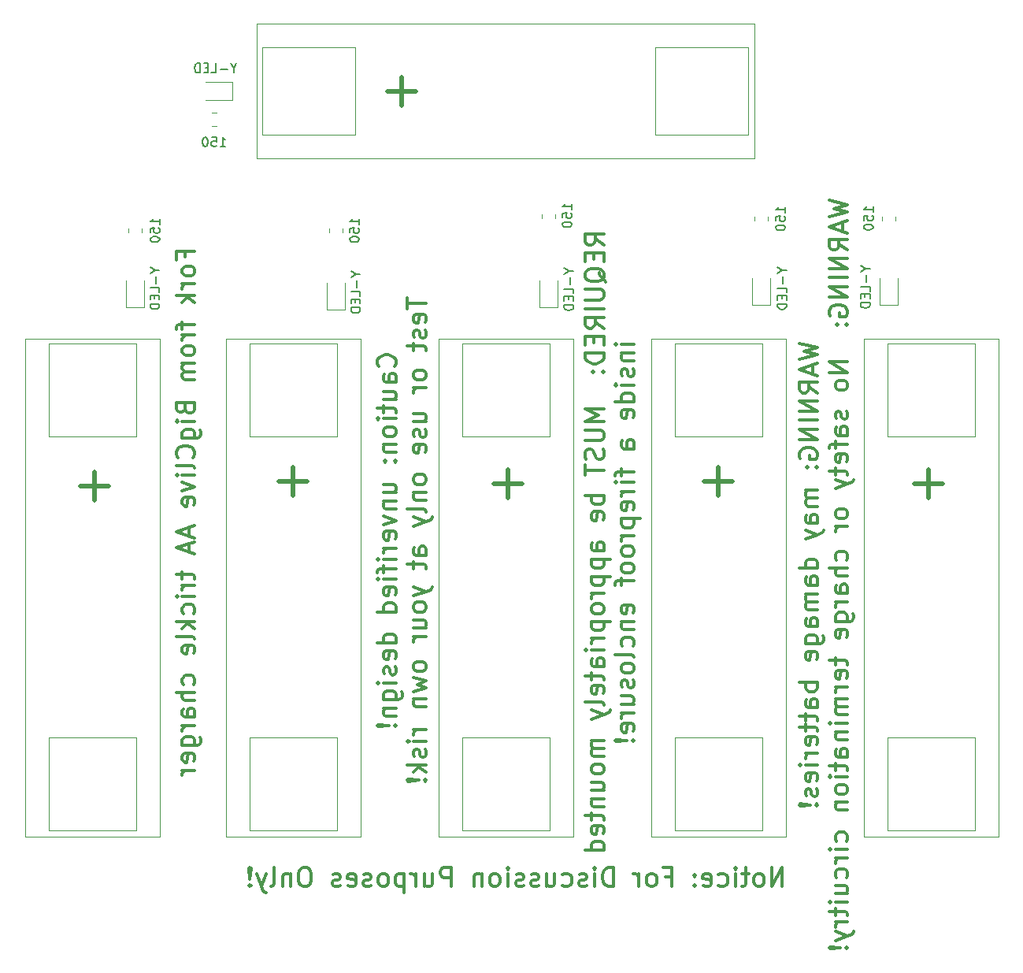
<source format=gbr>
%TF.GenerationSoftware,KiCad,Pcbnew,6.0.6-3a73a75311~116~ubuntu20.04.1*%
%TF.CreationDate,2022-06-26T16:51:51-05:00*%
%TF.ProjectId,BigClive_AA_Battery_Trickle_Charger_v000,42696743-6c69-4766-955f-41415f426174,rev?*%
%TF.SameCoordinates,Original*%
%TF.FileFunction,Legend,Bot*%
%TF.FilePolarity,Positive*%
%FSLAX46Y46*%
G04 Gerber Fmt 4.6, Leading zero omitted, Abs format (unit mm)*
G04 Created by KiCad (PCBNEW 6.0.6-3a73a75311~116~ubuntu20.04.1) date 2022-06-26 16:51:51*
%MOMM*%
%LPD*%
G01*
G04 APERTURE LIST*
%ADD10C,0.300000*%
%ADD11C,0.500000*%
%ADD12C,0.150000*%
%ADD13C,0.120000*%
G04 APERTURE END LIST*
D10*
X176934761Y-59427619D02*
X175982380Y-58760952D01*
X176934761Y-58284761D02*
X174934761Y-58284761D01*
X174934761Y-59046666D01*
X175030000Y-59237142D01*
X175125238Y-59332380D01*
X175315714Y-59427619D01*
X175601428Y-59427619D01*
X175791904Y-59332380D01*
X175887142Y-59237142D01*
X175982380Y-59046666D01*
X175982380Y-58284761D01*
X175887142Y-60284761D02*
X175887142Y-60951428D01*
X176934761Y-61237142D02*
X176934761Y-60284761D01*
X174934761Y-60284761D01*
X174934761Y-61237142D01*
X177125238Y-63427619D02*
X177030000Y-63237142D01*
X176839523Y-63046666D01*
X176553809Y-62760952D01*
X176458571Y-62570476D01*
X176458571Y-62380000D01*
X176934761Y-62475238D02*
X176839523Y-62284761D01*
X176649047Y-62094285D01*
X176268095Y-61999047D01*
X175601428Y-61999047D01*
X175220476Y-62094285D01*
X175030000Y-62284761D01*
X174934761Y-62475238D01*
X174934761Y-62856190D01*
X175030000Y-63046666D01*
X175220476Y-63237142D01*
X175601428Y-63332380D01*
X176268095Y-63332380D01*
X176649047Y-63237142D01*
X176839523Y-63046666D01*
X176934761Y-62856190D01*
X176934761Y-62475238D01*
X174934761Y-64189523D02*
X176553809Y-64189523D01*
X176744285Y-64284761D01*
X176839523Y-64380000D01*
X176934761Y-64570476D01*
X176934761Y-64951428D01*
X176839523Y-65141904D01*
X176744285Y-65237142D01*
X176553809Y-65332380D01*
X174934761Y-65332380D01*
X176934761Y-66284761D02*
X174934761Y-66284761D01*
X176934761Y-68380000D02*
X175982380Y-67713333D01*
X176934761Y-67237142D02*
X174934761Y-67237142D01*
X174934761Y-67999047D01*
X175030000Y-68189523D01*
X175125238Y-68284761D01*
X175315714Y-68380000D01*
X175601428Y-68380000D01*
X175791904Y-68284761D01*
X175887142Y-68189523D01*
X175982380Y-67999047D01*
X175982380Y-67237142D01*
X175887142Y-69237142D02*
X175887142Y-69903809D01*
X176934761Y-70189523D02*
X176934761Y-69237142D01*
X174934761Y-69237142D01*
X174934761Y-70189523D01*
X176934761Y-71046666D02*
X174934761Y-71046666D01*
X174934761Y-71522857D01*
X175030000Y-71808571D01*
X175220476Y-71999047D01*
X175410952Y-72094285D01*
X175791904Y-72189523D01*
X176077619Y-72189523D01*
X176458571Y-72094285D01*
X176649047Y-71999047D01*
X176839523Y-71808571D01*
X176934761Y-71522857D01*
X176934761Y-71046666D01*
X176744285Y-73046666D02*
X176839523Y-73141904D01*
X176934761Y-73046666D01*
X176839523Y-72951428D01*
X176744285Y-73046666D01*
X176934761Y-73046666D01*
X175696666Y-73046666D02*
X175791904Y-73141904D01*
X175887142Y-73046666D01*
X175791904Y-72951428D01*
X175696666Y-73046666D01*
X175887142Y-73046666D01*
X176934761Y-77046666D02*
X174934761Y-77046666D01*
X176363333Y-77713333D01*
X174934761Y-78380000D01*
X176934761Y-78380000D01*
X174934761Y-79332380D02*
X176553809Y-79332380D01*
X176744285Y-79427619D01*
X176839523Y-79522857D01*
X176934761Y-79713333D01*
X176934761Y-80094285D01*
X176839523Y-80284761D01*
X176744285Y-80380000D01*
X176553809Y-80475238D01*
X174934761Y-80475238D01*
X176839523Y-81332380D02*
X176934761Y-81618095D01*
X176934761Y-82094285D01*
X176839523Y-82284761D01*
X176744285Y-82380000D01*
X176553809Y-82475238D01*
X176363333Y-82475238D01*
X176172857Y-82380000D01*
X176077619Y-82284761D01*
X175982380Y-82094285D01*
X175887142Y-81713333D01*
X175791904Y-81522857D01*
X175696666Y-81427619D01*
X175506190Y-81332380D01*
X175315714Y-81332380D01*
X175125238Y-81427619D01*
X175030000Y-81522857D01*
X174934761Y-81713333D01*
X174934761Y-82189523D01*
X175030000Y-82475238D01*
X174934761Y-83046666D02*
X174934761Y-84189523D01*
X176934761Y-83618095D02*
X174934761Y-83618095D01*
X176934761Y-86380000D02*
X174934761Y-86380000D01*
X175696666Y-86380000D02*
X175601428Y-86570476D01*
X175601428Y-86951428D01*
X175696666Y-87141904D01*
X175791904Y-87237142D01*
X175982380Y-87332380D01*
X176553809Y-87332380D01*
X176744285Y-87237142D01*
X176839523Y-87141904D01*
X176934761Y-86951428D01*
X176934761Y-86570476D01*
X176839523Y-86380000D01*
X176839523Y-88951428D02*
X176934761Y-88760952D01*
X176934761Y-88379999D01*
X176839523Y-88189523D01*
X176649047Y-88094285D01*
X175887142Y-88094285D01*
X175696666Y-88189523D01*
X175601428Y-88379999D01*
X175601428Y-88760952D01*
X175696666Y-88951428D01*
X175887142Y-89046666D01*
X176077619Y-89046666D01*
X176268095Y-88094285D01*
X176934761Y-92284761D02*
X175887142Y-92284761D01*
X175696666Y-92189523D01*
X175601428Y-91999047D01*
X175601428Y-91618095D01*
X175696666Y-91427619D01*
X176839523Y-92284761D02*
X176934761Y-92094285D01*
X176934761Y-91618095D01*
X176839523Y-91427619D01*
X176649047Y-91332380D01*
X176458571Y-91332380D01*
X176268095Y-91427619D01*
X176172857Y-91618095D01*
X176172857Y-92094285D01*
X176077619Y-92284761D01*
X175601428Y-93237142D02*
X177601428Y-93237142D01*
X175696666Y-93237142D02*
X175601428Y-93427619D01*
X175601428Y-93808571D01*
X175696666Y-93999047D01*
X175791904Y-94094285D01*
X175982380Y-94189523D01*
X176553809Y-94189523D01*
X176744285Y-94094285D01*
X176839523Y-93999047D01*
X176934761Y-93808571D01*
X176934761Y-93427619D01*
X176839523Y-93237142D01*
X175601428Y-95046666D02*
X177601428Y-95046666D01*
X175696666Y-95046666D02*
X175601428Y-95237142D01*
X175601428Y-95618095D01*
X175696666Y-95808571D01*
X175791904Y-95903809D01*
X175982380Y-95999047D01*
X176553809Y-95999047D01*
X176744285Y-95903809D01*
X176839523Y-95808571D01*
X176934761Y-95618095D01*
X176934761Y-95237142D01*
X176839523Y-95046666D01*
X176934761Y-96856190D02*
X175601428Y-96856190D01*
X175982380Y-96856190D02*
X175791904Y-96951428D01*
X175696666Y-97046666D01*
X175601428Y-97237142D01*
X175601428Y-97427619D01*
X176934761Y-98379999D02*
X176839523Y-98189523D01*
X176744285Y-98094285D01*
X176553809Y-97999047D01*
X175982380Y-97999047D01*
X175791904Y-98094285D01*
X175696666Y-98189523D01*
X175601428Y-98379999D01*
X175601428Y-98665714D01*
X175696666Y-98856190D01*
X175791904Y-98951428D01*
X175982380Y-99046666D01*
X176553809Y-99046666D01*
X176744285Y-98951428D01*
X176839523Y-98856190D01*
X176934761Y-98665714D01*
X176934761Y-98379999D01*
X175601428Y-99903809D02*
X177601428Y-99903809D01*
X175696666Y-99903809D02*
X175601428Y-100094285D01*
X175601428Y-100475238D01*
X175696666Y-100665714D01*
X175791904Y-100760952D01*
X175982380Y-100856190D01*
X176553809Y-100856190D01*
X176744285Y-100760952D01*
X176839523Y-100665714D01*
X176934761Y-100475238D01*
X176934761Y-100094285D01*
X176839523Y-99903809D01*
X176934761Y-101713333D02*
X175601428Y-101713333D01*
X175982380Y-101713333D02*
X175791904Y-101808571D01*
X175696666Y-101903809D01*
X175601428Y-102094285D01*
X175601428Y-102284761D01*
X176934761Y-102951428D02*
X175601428Y-102951428D01*
X174934761Y-102951428D02*
X175030000Y-102856190D01*
X175125238Y-102951428D01*
X175030000Y-103046666D01*
X174934761Y-102951428D01*
X175125238Y-102951428D01*
X176934761Y-104760952D02*
X175887142Y-104760952D01*
X175696666Y-104665714D01*
X175601428Y-104475238D01*
X175601428Y-104094285D01*
X175696666Y-103903809D01*
X176839523Y-104760952D02*
X176934761Y-104570476D01*
X176934761Y-104094285D01*
X176839523Y-103903809D01*
X176649047Y-103808571D01*
X176458571Y-103808571D01*
X176268095Y-103903809D01*
X176172857Y-104094285D01*
X176172857Y-104570476D01*
X176077619Y-104760952D01*
X175601428Y-105427619D02*
X175601428Y-106189523D01*
X174934761Y-105713333D02*
X176649047Y-105713333D01*
X176839523Y-105808571D01*
X176934761Y-105999047D01*
X176934761Y-106189523D01*
X176839523Y-107618095D02*
X176934761Y-107427619D01*
X176934761Y-107046666D01*
X176839523Y-106856190D01*
X176649047Y-106760952D01*
X175887142Y-106760952D01*
X175696666Y-106856190D01*
X175601428Y-107046666D01*
X175601428Y-107427619D01*
X175696666Y-107618095D01*
X175887142Y-107713333D01*
X176077619Y-107713333D01*
X176268095Y-106760952D01*
X176934761Y-108856190D02*
X176839523Y-108665714D01*
X176649047Y-108570476D01*
X174934761Y-108570476D01*
X175601428Y-109427619D02*
X176934761Y-109903809D01*
X175601428Y-110379999D02*
X176934761Y-109903809D01*
X177410952Y-109713333D01*
X177506190Y-109618095D01*
X177601428Y-109427619D01*
X176934761Y-112665714D02*
X175601428Y-112665714D01*
X175791904Y-112665714D02*
X175696666Y-112760952D01*
X175601428Y-112951428D01*
X175601428Y-113237142D01*
X175696666Y-113427619D01*
X175887142Y-113522857D01*
X176934761Y-113522857D01*
X175887142Y-113522857D02*
X175696666Y-113618095D01*
X175601428Y-113808571D01*
X175601428Y-114094285D01*
X175696666Y-114284761D01*
X175887142Y-114379999D01*
X176934761Y-114379999D01*
X176934761Y-115618095D02*
X176839523Y-115427619D01*
X176744285Y-115332380D01*
X176553809Y-115237142D01*
X175982380Y-115237142D01*
X175791904Y-115332380D01*
X175696666Y-115427619D01*
X175601428Y-115618095D01*
X175601428Y-115903809D01*
X175696666Y-116094285D01*
X175791904Y-116189523D01*
X175982380Y-116284761D01*
X176553809Y-116284761D01*
X176744285Y-116189523D01*
X176839523Y-116094285D01*
X176934761Y-115903809D01*
X176934761Y-115618095D01*
X175601428Y-117999047D02*
X176934761Y-117999047D01*
X175601428Y-117141904D02*
X176649047Y-117141904D01*
X176839523Y-117237142D01*
X176934761Y-117427619D01*
X176934761Y-117713333D01*
X176839523Y-117903809D01*
X176744285Y-117999047D01*
X175601428Y-118951428D02*
X176934761Y-118951428D01*
X175791904Y-118951428D02*
X175696666Y-119046666D01*
X175601428Y-119237142D01*
X175601428Y-119522857D01*
X175696666Y-119713333D01*
X175887142Y-119808571D01*
X176934761Y-119808571D01*
X175601428Y-120475238D02*
X175601428Y-121237142D01*
X174934761Y-120760952D02*
X176649047Y-120760952D01*
X176839523Y-120856190D01*
X176934761Y-121046666D01*
X176934761Y-121237142D01*
X176839523Y-122665714D02*
X176934761Y-122475238D01*
X176934761Y-122094285D01*
X176839523Y-121903809D01*
X176649047Y-121808571D01*
X175887142Y-121808571D01*
X175696666Y-121903809D01*
X175601428Y-122094285D01*
X175601428Y-122475238D01*
X175696666Y-122665714D01*
X175887142Y-122760952D01*
X176077619Y-122760952D01*
X176268095Y-121808571D01*
X176934761Y-124475238D02*
X174934761Y-124475238D01*
X176839523Y-124475238D02*
X176934761Y-124284761D01*
X176934761Y-123903809D01*
X176839523Y-123713333D01*
X176744285Y-123618095D01*
X176553809Y-123522857D01*
X175982380Y-123522857D01*
X175791904Y-123618095D01*
X175696666Y-123713333D01*
X175601428Y-123903809D01*
X175601428Y-124284761D01*
X175696666Y-124475238D01*
X180154761Y-70094285D02*
X178821428Y-70094285D01*
X178154761Y-70094285D02*
X178250000Y-69999047D01*
X178345238Y-70094285D01*
X178250000Y-70189523D01*
X178154761Y-70094285D01*
X178345238Y-70094285D01*
X178821428Y-71046666D02*
X180154761Y-71046666D01*
X179011904Y-71046666D02*
X178916666Y-71141904D01*
X178821428Y-71332380D01*
X178821428Y-71618095D01*
X178916666Y-71808571D01*
X179107142Y-71903809D01*
X180154761Y-71903809D01*
X180059523Y-72760952D02*
X180154761Y-72951428D01*
X180154761Y-73332380D01*
X180059523Y-73522857D01*
X179869047Y-73618095D01*
X179773809Y-73618095D01*
X179583333Y-73522857D01*
X179488095Y-73332380D01*
X179488095Y-73046666D01*
X179392857Y-72856190D01*
X179202380Y-72760952D01*
X179107142Y-72760952D01*
X178916666Y-72856190D01*
X178821428Y-73046666D01*
X178821428Y-73332380D01*
X178916666Y-73522857D01*
X180154761Y-74475238D02*
X178821428Y-74475238D01*
X178154761Y-74475238D02*
X178250000Y-74380000D01*
X178345238Y-74475238D01*
X178250000Y-74570476D01*
X178154761Y-74475238D01*
X178345238Y-74475238D01*
X180154761Y-76284761D02*
X178154761Y-76284761D01*
X180059523Y-76284761D02*
X180154761Y-76094285D01*
X180154761Y-75713333D01*
X180059523Y-75522857D01*
X179964285Y-75427619D01*
X179773809Y-75332380D01*
X179202380Y-75332380D01*
X179011904Y-75427619D01*
X178916666Y-75522857D01*
X178821428Y-75713333D01*
X178821428Y-76094285D01*
X178916666Y-76284761D01*
X180059523Y-77999047D02*
X180154761Y-77808571D01*
X180154761Y-77427619D01*
X180059523Y-77237142D01*
X179869047Y-77141904D01*
X179107142Y-77141904D01*
X178916666Y-77237142D01*
X178821428Y-77427619D01*
X178821428Y-77808571D01*
X178916666Y-77999047D01*
X179107142Y-78094285D01*
X179297619Y-78094285D01*
X179488095Y-77141904D01*
X180154761Y-81332380D02*
X179107142Y-81332380D01*
X178916666Y-81237142D01*
X178821428Y-81046666D01*
X178821428Y-80665714D01*
X178916666Y-80475238D01*
X180059523Y-81332380D02*
X180154761Y-81141904D01*
X180154761Y-80665714D01*
X180059523Y-80475238D01*
X179869047Y-80380000D01*
X179678571Y-80380000D01*
X179488095Y-80475238D01*
X179392857Y-80665714D01*
X179392857Y-81141904D01*
X179297619Y-81332380D01*
X178821428Y-83522857D02*
X178821428Y-84284761D01*
X180154761Y-83808571D02*
X178440476Y-83808571D01*
X178250000Y-83903809D01*
X178154761Y-84094285D01*
X178154761Y-84284761D01*
X180154761Y-84951428D02*
X178821428Y-84951428D01*
X178154761Y-84951428D02*
X178250000Y-84856190D01*
X178345238Y-84951428D01*
X178250000Y-85046666D01*
X178154761Y-84951428D01*
X178345238Y-84951428D01*
X180154761Y-85903809D02*
X178821428Y-85903809D01*
X179202380Y-85903809D02*
X179011904Y-85999047D01*
X178916666Y-86094285D01*
X178821428Y-86284761D01*
X178821428Y-86475238D01*
X180059523Y-87903809D02*
X180154761Y-87713333D01*
X180154761Y-87332380D01*
X180059523Y-87141904D01*
X179869047Y-87046666D01*
X179107142Y-87046666D01*
X178916666Y-87141904D01*
X178821428Y-87332380D01*
X178821428Y-87713333D01*
X178916666Y-87903809D01*
X179107142Y-87999047D01*
X179297619Y-87999047D01*
X179488095Y-87046666D01*
X178821428Y-88856190D02*
X180821428Y-88856190D01*
X178916666Y-88856190D02*
X178821428Y-89046666D01*
X178821428Y-89427619D01*
X178916666Y-89618095D01*
X179011904Y-89713333D01*
X179202380Y-89808571D01*
X179773809Y-89808571D01*
X179964285Y-89713333D01*
X180059523Y-89618095D01*
X180154761Y-89427619D01*
X180154761Y-89046666D01*
X180059523Y-88856190D01*
X180154761Y-90665714D02*
X178821428Y-90665714D01*
X179202380Y-90665714D02*
X179011904Y-90760952D01*
X178916666Y-90856190D01*
X178821428Y-91046666D01*
X178821428Y-91237142D01*
X180154761Y-92189523D02*
X180059523Y-91999047D01*
X179964285Y-91903809D01*
X179773809Y-91808571D01*
X179202380Y-91808571D01*
X179011904Y-91903809D01*
X178916666Y-91999047D01*
X178821428Y-92189523D01*
X178821428Y-92475238D01*
X178916666Y-92665714D01*
X179011904Y-92760952D01*
X179202380Y-92856190D01*
X179773809Y-92856190D01*
X179964285Y-92760952D01*
X180059523Y-92665714D01*
X180154761Y-92475238D01*
X180154761Y-92189523D01*
X180154761Y-93999047D02*
X180059523Y-93808571D01*
X179964285Y-93713333D01*
X179773809Y-93618095D01*
X179202380Y-93618095D01*
X179011904Y-93713333D01*
X178916666Y-93808571D01*
X178821428Y-93999047D01*
X178821428Y-94284761D01*
X178916666Y-94475238D01*
X179011904Y-94570476D01*
X179202380Y-94665714D01*
X179773809Y-94665714D01*
X179964285Y-94570476D01*
X180059523Y-94475238D01*
X180154761Y-94284761D01*
X180154761Y-93999047D01*
X178821428Y-95237142D02*
X178821428Y-95999047D01*
X180154761Y-95522857D02*
X178440476Y-95522857D01*
X178250000Y-95618095D01*
X178154761Y-95808571D01*
X178154761Y-95999047D01*
X180059523Y-98951428D02*
X180154761Y-98760952D01*
X180154761Y-98380000D01*
X180059523Y-98189523D01*
X179869047Y-98094285D01*
X179107142Y-98094285D01*
X178916666Y-98189523D01*
X178821428Y-98380000D01*
X178821428Y-98760952D01*
X178916666Y-98951428D01*
X179107142Y-99046666D01*
X179297619Y-99046666D01*
X179488095Y-98094285D01*
X178821428Y-99903809D02*
X180154761Y-99903809D01*
X179011904Y-99903809D02*
X178916666Y-99999047D01*
X178821428Y-100189523D01*
X178821428Y-100475238D01*
X178916666Y-100665714D01*
X179107142Y-100760952D01*
X180154761Y-100760952D01*
X180059523Y-102570476D02*
X180154761Y-102380000D01*
X180154761Y-101999047D01*
X180059523Y-101808571D01*
X179964285Y-101713333D01*
X179773809Y-101618095D01*
X179202380Y-101618095D01*
X179011904Y-101713333D01*
X178916666Y-101808571D01*
X178821428Y-101999047D01*
X178821428Y-102380000D01*
X178916666Y-102570476D01*
X180154761Y-103713333D02*
X180059523Y-103522857D01*
X179869047Y-103427619D01*
X178154761Y-103427619D01*
X180154761Y-104760952D02*
X180059523Y-104570476D01*
X179964285Y-104475238D01*
X179773809Y-104380000D01*
X179202380Y-104380000D01*
X179011904Y-104475238D01*
X178916666Y-104570476D01*
X178821428Y-104760952D01*
X178821428Y-105046666D01*
X178916666Y-105237142D01*
X179011904Y-105332380D01*
X179202380Y-105427619D01*
X179773809Y-105427619D01*
X179964285Y-105332380D01*
X180059523Y-105237142D01*
X180154761Y-105046666D01*
X180154761Y-104760952D01*
X180059523Y-106189523D02*
X180154761Y-106380000D01*
X180154761Y-106760952D01*
X180059523Y-106951428D01*
X179869047Y-107046666D01*
X179773809Y-107046666D01*
X179583333Y-106951428D01*
X179488095Y-106760952D01*
X179488095Y-106475238D01*
X179392857Y-106284761D01*
X179202380Y-106189523D01*
X179107142Y-106189523D01*
X178916666Y-106284761D01*
X178821428Y-106475238D01*
X178821428Y-106760952D01*
X178916666Y-106951428D01*
X178821428Y-108760952D02*
X180154761Y-108760952D01*
X178821428Y-107903809D02*
X179869047Y-107903809D01*
X180059523Y-107999047D01*
X180154761Y-108189523D01*
X180154761Y-108475238D01*
X180059523Y-108665714D01*
X179964285Y-108760952D01*
X180154761Y-109713333D02*
X178821428Y-109713333D01*
X179202380Y-109713333D02*
X179011904Y-109808571D01*
X178916666Y-109903809D01*
X178821428Y-110094285D01*
X178821428Y-110284761D01*
X180059523Y-111713333D02*
X180154761Y-111522857D01*
X180154761Y-111141904D01*
X180059523Y-110951428D01*
X179869047Y-110856190D01*
X179107142Y-110856190D01*
X178916666Y-110951428D01*
X178821428Y-111141904D01*
X178821428Y-111522857D01*
X178916666Y-111713333D01*
X179107142Y-111808571D01*
X179297619Y-111808571D01*
X179488095Y-110856190D01*
X179964285Y-112665714D02*
X180059523Y-112760952D01*
X180154761Y-112665714D01*
X180059523Y-112570476D01*
X179964285Y-112665714D01*
X180154761Y-112665714D01*
X179392857Y-112665714D02*
X178250000Y-112570476D01*
X178154761Y-112665714D01*
X178250000Y-112760952D01*
X179392857Y-112665714D01*
X178154761Y-112665714D01*
X154394285Y-72485714D02*
X154489523Y-72390476D01*
X154584761Y-72104761D01*
X154584761Y-71914285D01*
X154489523Y-71628571D01*
X154299047Y-71438095D01*
X154108571Y-71342857D01*
X153727619Y-71247619D01*
X153441904Y-71247619D01*
X153060952Y-71342857D01*
X152870476Y-71438095D01*
X152680000Y-71628571D01*
X152584761Y-71914285D01*
X152584761Y-72104761D01*
X152680000Y-72390476D01*
X152775238Y-72485714D01*
X154584761Y-74200000D02*
X153537142Y-74200000D01*
X153346666Y-74104761D01*
X153251428Y-73914285D01*
X153251428Y-73533333D01*
X153346666Y-73342857D01*
X154489523Y-74200000D02*
X154584761Y-74009523D01*
X154584761Y-73533333D01*
X154489523Y-73342857D01*
X154299047Y-73247619D01*
X154108571Y-73247619D01*
X153918095Y-73342857D01*
X153822857Y-73533333D01*
X153822857Y-74009523D01*
X153727619Y-74200000D01*
X153251428Y-76009523D02*
X154584761Y-76009523D01*
X153251428Y-75152380D02*
X154299047Y-75152380D01*
X154489523Y-75247619D01*
X154584761Y-75438095D01*
X154584761Y-75723809D01*
X154489523Y-75914285D01*
X154394285Y-76009523D01*
X153251428Y-76676190D02*
X153251428Y-77438095D01*
X152584761Y-76961904D02*
X154299047Y-76961904D01*
X154489523Y-77057142D01*
X154584761Y-77247619D01*
X154584761Y-77438095D01*
X154584761Y-78104761D02*
X153251428Y-78104761D01*
X152584761Y-78104761D02*
X152680000Y-78009523D01*
X152775238Y-78104761D01*
X152680000Y-78200000D01*
X152584761Y-78104761D01*
X152775238Y-78104761D01*
X154584761Y-79342857D02*
X154489523Y-79152380D01*
X154394285Y-79057142D01*
X154203809Y-78961904D01*
X153632380Y-78961904D01*
X153441904Y-79057142D01*
X153346666Y-79152380D01*
X153251428Y-79342857D01*
X153251428Y-79628571D01*
X153346666Y-79819047D01*
X153441904Y-79914285D01*
X153632380Y-80009523D01*
X154203809Y-80009523D01*
X154394285Y-79914285D01*
X154489523Y-79819047D01*
X154584761Y-79628571D01*
X154584761Y-79342857D01*
X153251428Y-80866666D02*
X154584761Y-80866666D01*
X153441904Y-80866666D02*
X153346666Y-80961904D01*
X153251428Y-81152380D01*
X153251428Y-81438095D01*
X153346666Y-81628571D01*
X153537142Y-81723809D01*
X154584761Y-81723809D01*
X154394285Y-82676190D02*
X154489523Y-82771428D01*
X154584761Y-82676190D01*
X154489523Y-82580952D01*
X154394285Y-82676190D01*
X154584761Y-82676190D01*
X153346666Y-82676190D02*
X153441904Y-82771428D01*
X153537142Y-82676190D01*
X153441904Y-82580952D01*
X153346666Y-82676190D01*
X153537142Y-82676190D01*
X153251428Y-86009523D02*
X154584761Y-86009523D01*
X153251428Y-85152380D02*
X154299047Y-85152380D01*
X154489523Y-85247619D01*
X154584761Y-85438095D01*
X154584761Y-85723809D01*
X154489523Y-85914285D01*
X154394285Y-86009523D01*
X153251428Y-86961904D02*
X154584761Y-86961904D01*
X153441904Y-86961904D02*
X153346666Y-87057142D01*
X153251428Y-87247619D01*
X153251428Y-87533333D01*
X153346666Y-87723809D01*
X153537142Y-87819047D01*
X154584761Y-87819047D01*
X153251428Y-88580952D02*
X154584761Y-89057142D01*
X153251428Y-89533333D01*
X154489523Y-91057142D02*
X154584761Y-90866666D01*
X154584761Y-90485714D01*
X154489523Y-90295238D01*
X154299047Y-90200000D01*
X153537142Y-90200000D01*
X153346666Y-90295238D01*
X153251428Y-90485714D01*
X153251428Y-90866666D01*
X153346666Y-91057142D01*
X153537142Y-91152380D01*
X153727619Y-91152380D01*
X153918095Y-90200000D01*
X154584761Y-92009523D02*
X153251428Y-92009523D01*
X153632380Y-92009523D02*
X153441904Y-92104761D01*
X153346666Y-92200000D01*
X153251428Y-92390476D01*
X153251428Y-92580952D01*
X154584761Y-93247619D02*
X153251428Y-93247619D01*
X152584761Y-93247619D02*
X152680000Y-93152380D01*
X152775238Y-93247619D01*
X152680000Y-93342857D01*
X152584761Y-93247619D01*
X152775238Y-93247619D01*
X153251428Y-93914285D02*
X153251428Y-94676190D01*
X154584761Y-94200000D02*
X152870476Y-94200000D01*
X152680000Y-94295238D01*
X152584761Y-94485714D01*
X152584761Y-94676190D01*
X154584761Y-95342857D02*
X153251428Y-95342857D01*
X152584761Y-95342857D02*
X152680000Y-95247619D01*
X152775238Y-95342857D01*
X152680000Y-95438095D01*
X152584761Y-95342857D01*
X152775238Y-95342857D01*
X154489523Y-97057142D02*
X154584761Y-96866666D01*
X154584761Y-96485714D01*
X154489523Y-96295238D01*
X154299047Y-96199999D01*
X153537142Y-96199999D01*
X153346666Y-96295238D01*
X153251428Y-96485714D01*
X153251428Y-96866666D01*
X153346666Y-97057142D01*
X153537142Y-97152380D01*
X153727619Y-97152380D01*
X153918095Y-96199999D01*
X154584761Y-98866666D02*
X152584761Y-98866666D01*
X154489523Y-98866666D02*
X154584761Y-98676190D01*
X154584761Y-98295238D01*
X154489523Y-98104761D01*
X154394285Y-98009523D01*
X154203809Y-97914285D01*
X153632380Y-97914285D01*
X153441904Y-98009523D01*
X153346666Y-98104761D01*
X153251428Y-98295238D01*
X153251428Y-98676190D01*
X153346666Y-98866666D01*
X154584761Y-102199999D02*
X152584761Y-102199999D01*
X154489523Y-102199999D02*
X154584761Y-102009523D01*
X154584761Y-101628571D01*
X154489523Y-101438095D01*
X154394285Y-101342857D01*
X154203809Y-101247619D01*
X153632380Y-101247619D01*
X153441904Y-101342857D01*
X153346666Y-101438095D01*
X153251428Y-101628571D01*
X153251428Y-102009523D01*
X153346666Y-102199999D01*
X154489523Y-103914285D02*
X154584761Y-103723809D01*
X154584761Y-103342857D01*
X154489523Y-103152380D01*
X154299047Y-103057142D01*
X153537142Y-103057142D01*
X153346666Y-103152380D01*
X153251428Y-103342857D01*
X153251428Y-103723809D01*
X153346666Y-103914285D01*
X153537142Y-104009523D01*
X153727619Y-104009523D01*
X153918095Y-103057142D01*
X154489523Y-104771428D02*
X154584761Y-104961904D01*
X154584761Y-105342857D01*
X154489523Y-105533333D01*
X154299047Y-105628571D01*
X154203809Y-105628571D01*
X154013333Y-105533333D01*
X153918095Y-105342857D01*
X153918095Y-105057142D01*
X153822857Y-104866666D01*
X153632380Y-104771428D01*
X153537142Y-104771428D01*
X153346666Y-104866666D01*
X153251428Y-105057142D01*
X153251428Y-105342857D01*
X153346666Y-105533333D01*
X154584761Y-106485714D02*
X153251428Y-106485714D01*
X152584761Y-106485714D02*
X152680000Y-106390476D01*
X152775238Y-106485714D01*
X152680000Y-106580952D01*
X152584761Y-106485714D01*
X152775238Y-106485714D01*
X153251428Y-108295238D02*
X154870476Y-108295238D01*
X155060952Y-108199999D01*
X155156190Y-108104761D01*
X155251428Y-107914285D01*
X155251428Y-107628571D01*
X155156190Y-107438095D01*
X154489523Y-108295238D02*
X154584761Y-108104761D01*
X154584761Y-107723809D01*
X154489523Y-107533333D01*
X154394285Y-107438095D01*
X154203809Y-107342857D01*
X153632380Y-107342857D01*
X153441904Y-107438095D01*
X153346666Y-107533333D01*
X153251428Y-107723809D01*
X153251428Y-108104761D01*
X153346666Y-108295238D01*
X153251428Y-109247619D02*
X154584761Y-109247619D01*
X153441904Y-109247619D02*
X153346666Y-109342857D01*
X153251428Y-109533333D01*
X153251428Y-109819047D01*
X153346666Y-110009523D01*
X153537142Y-110104761D01*
X154584761Y-110104761D01*
X154394285Y-111057142D02*
X154489523Y-111152380D01*
X154584761Y-111057142D01*
X154489523Y-110961904D01*
X154394285Y-111057142D01*
X154584761Y-111057142D01*
X153822857Y-111057142D02*
X152680000Y-110961904D01*
X152584761Y-111057142D01*
X152680000Y-111152380D01*
X153822857Y-111057142D01*
X152584761Y-111057142D01*
X155804761Y-65152380D02*
X155804761Y-66295238D01*
X157804761Y-65723809D02*
X155804761Y-65723809D01*
X157709523Y-67723809D02*
X157804761Y-67533333D01*
X157804761Y-67152380D01*
X157709523Y-66961904D01*
X157519047Y-66866666D01*
X156757142Y-66866666D01*
X156566666Y-66961904D01*
X156471428Y-67152380D01*
X156471428Y-67533333D01*
X156566666Y-67723809D01*
X156757142Y-67819047D01*
X156947619Y-67819047D01*
X157138095Y-66866666D01*
X157709523Y-68580952D02*
X157804761Y-68771428D01*
X157804761Y-69152380D01*
X157709523Y-69342857D01*
X157519047Y-69438095D01*
X157423809Y-69438095D01*
X157233333Y-69342857D01*
X157138095Y-69152380D01*
X157138095Y-68866666D01*
X157042857Y-68676190D01*
X156852380Y-68580952D01*
X156757142Y-68580952D01*
X156566666Y-68676190D01*
X156471428Y-68866666D01*
X156471428Y-69152380D01*
X156566666Y-69342857D01*
X156471428Y-70009523D02*
X156471428Y-70771428D01*
X155804761Y-70295238D02*
X157519047Y-70295238D01*
X157709523Y-70390476D01*
X157804761Y-70580952D01*
X157804761Y-70771428D01*
X157804761Y-73247619D02*
X157709523Y-73057142D01*
X157614285Y-72961904D01*
X157423809Y-72866666D01*
X156852380Y-72866666D01*
X156661904Y-72961904D01*
X156566666Y-73057142D01*
X156471428Y-73247619D01*
X156471428Y-73533333D01*
X156566666Y-73723809D01*
X156661904Y-73819047D01*
X156852380Y-73914285D01*
X157423809Y-73914285D01*
X157614285Y-73819047D01*
X157709523Y-73723809D01*
X157804761Y-73533333D01*
X157804761Y-73247619D01*
X157804761Y-74771428D02*
X156471428Y-74771428D01*
X156852380Y-74771428D02*
X156661904Y-74866666D01*
X156566666Y-74961904D01*
X156471428Y-75152380D01*
X156471428Y-75342857D01*
X156471428Y-78390476D02*
X157804761Y-78390476D01*
X156471428Y-77533333D02*
X157519047Y-77533333D01*
X157709523Y-77628571D01*
X157804761Y-77819047D01*
X157804761Y-78104761D01*
X157709523Y-78295238D01*
X157614285Y-78390476D01*
X157709523Y-79247619D02*
X157804761Y-79438095D01*
X157804761Y-79819047D01*
X157709523Y-80009523D01*
X157519047Y-80104761D01*
X157423809Y-80104761D01*
X157233333Y-80009523D01*
X157138095Y-79819047D01*
X157138095Y-79533333D01*
X157042857Y-79342857D01*
X156852380Y-79247619D01*
X156757142Y-79247619D01*
X156566666Y-79342857D01*
X156471428Y-79533333D01*
X156471428Y-79819047D01*
X156566666Y-80009523D01*
X157709523Y-81723809D02*
X157804761Y-81533333D01*
X157804761Y-81152380D01*
X157709523Y-80961904D01*
X157519047Y-80866666D01*
X156757142Y-80866666D01*
X156566666Y-80961904D01*
X156471428Y-81152380D01*
X156471428Y-81533333D01*
X156566666Y-81723809D01*
X156757142Y-81819047D01*
X156947619Y-81819047D01*
X157138095Y-80866666D01*
X157804761Y-84485714D02*
X157709523Y-84295238D01*
X157614285Y-84200000D01*
X157423809Y-84104761D01*
X156852380Y-84104761D01*
X156661904Y-84200000D01*
X156566666Y-84295238D01*
X156471428Y-84485714D01*
X156471428Y-84771428D01*
X156566666Y-84961904D01*
X156661904Y-85057142D01*
X156852380Y-85152380D01*
X157423809Y-85152380D01*
X157614285Y-85057142D01*
X157709523Y-84961904D01*
X157804761Y-84771428D01*
X157804761Y-84485714D01*
X156471428Y-86009523D02*
X157804761Y-86009523D01*
X156661904Y-86009523D02*
X156566666Y-86104761D01*
X156471428Y-86295238D01*
X156471428Y-86580952D01*
X156566666Y-86771428D01*
X156757142Y-86866666D01*
X157804761Y-86866666D01*
X157804761Y-88104761D02*
X157709523Y-87914285D01*
X157519047Y-87819047D01*
X155804761Y-87819047D01*
X156471428Y-88676190D02*
X157804761Y-89152380D01*
X156471428Y-89628571D02*
X157804761Y-89152380D01*
X158280952Y-88961904D01*
X158376190Y-88866666D01*
X158471428Y-88676190D01*
X157804761Y-92771428D02*
X156757142Y-92771428D01*
X156566666Y-92676190D01*
X156471428Y-92485714D01*
X156471428Y-92104761D01*
X156566666Y-91914285D01*
X157709523Y-92771428D02*
X157804761Y-92580952D01*
X157804761Y-92104761D01*
X157709523Y-91914285D01*
X157519047Y-91819047D01*
X157328571Y-91819047D01*
X157138095Y-91914285D01*
X157042857Y-92104761D01*
X157042857Y-92580952D01*
X156947619Y-92771428D01*
X156471428Y-93438095D02*
X156471428Y-94199999D01*
X155804761Y-93723809D02*
X157519047Y-93723809D01*
X157709523Y-93819047D01*
X157804761Y-94009523D01*
X157804761Y-94199999D01*
X156471428Y-96199999D02*
X157804761Y-96676190D01*
X156471428Y-97152380D02*
X157804761Y-96676190D01*
X158280952Y-96485714D01*
X158376190Y-96390476D01*
X158471428Y-96199999D01*
X157804761Y-98199999D02*
X157709523Y-98009523D01*
X157614285Y-97914285D01*
X157423809Y-97819047D01*
X156852380Y-97819047D01*
X156661904Y-97914285D01*
X156566666Y-98009523D01*
X156471428Y-98199999D01*
X156471428Y-98485714D01*
X156566666Y-98676190D01*
X156661904Y-98771428D01*
X156852380Y-98866666D01*
X157423809Y-98866666D01*
X157614285Y-98771428D01*
X157709523Y-98676190D01*
X157804761Y-98485714D01*
X157804761Y-98199999D01*
X156471428Y-100580952D02*
X157804761Y-100580952D01*
X156471428Y-99723809D02*
X157519047Y-99723809D01*
X157709523Y-99819047D01*
X157804761Y-100009523D01*
X157804761Y-100295238D01*
X157709523Y-100485714D01*
X157614285Y-100580952D01*
X157804761Y-101533333D02*
X156471428Y-101533333D01*
X156852380Y-101533333D02*
X156661904Y-101628571D01*
X156566666Y-101723809D01*
X156471428Y-101914285D01*
X156471428Y-102104761D01*
X157804761Y-104580952D02*
X157709523Y-104390476D01*
X157614285Y-104295238D01*
X157423809Y-104199999D01*
X156852380Y-104199999D01*
X156661904Y-104295238D01*
X156566666Y-104390476D01*
X156471428Y-104580952D01*
X156471428Y-104866666D01*
X156566666Y-105057142D01*
X156661904Y-105152380D01*
X156852380Y-105247619D01*
X157423809Y-105247619D01*
X157614285Y-105152380D01*
X157709523Y-105057142D01*
X157804761Y-104866666D01*
X157804761Y-104580952D01*
X156471428Y-105914285D02*
X157804761Y-106295238D01*
X156852380Y-106676190D01*
X157804761Y-107057142D01*
X156471428Y-107438095D01*
X156471428Y-108199999D02*
X157804761Y-108199999D01*
X156661904Y-108199999D02*
X156566666Y-108295238D01*
X156471428Y-108485714D01*
X156471428Y-108771428D01*
X156566666Y-108961904D01*
X156757142Y-109057142D01*
X157804761Y-109057142D01*
X157804761Y-111533333D02*
X156471428Y-111533333D01*
X156852380Y-111533333D02*
X156661904Y-111628571D01*
X156566666Y-111723809D01*
X156471428Y-111914285D01*
X156471428Y-112104761D01*
X157804761Y-112771428D02*
X156471428Y-112771428D01*
X155804761Y-112771428D02*
X155900000Y-112676190D01*
X155995238Y-112771428D01*
X155900000Y-112866666D01*
X155804761Y-112771428D01*
X155995238Y-112771428D01*
X157709523Y-113628571D02*
X157804761Y-113819047D01*
X157804761Y-114199999D01*
X157709523Y-114390476D01*
X157519047Y-114485714D01*
X157423809Y-114485714D01*
X157233333Y-114390476D01*
X157138095Y-114199999D01*
X157138095Y-113914285D01*
X157042857Y-113723809D01*
X156852380Y-113628571D01*
X156757142Y-113628571D01*
X156566666Y-113723809D01*
X156471428Y-113914285D01*
X156471428Y-114199999D01*
X156566666Y-114390476D01*
X157804761Y-115342857D02*
X155804761Y-115342857D01*
X157042857Y-115533333D02*
X157804761Y-116104761D01*
X156471428Y-116104761D02*
X157233333Y-115342857D01*
X157614285Y-116961904D02*
X157709523Y-117057142D01*
X157804761Y-116961904D01*
X157709523Y-116866666D01*
X157614285Y-116961904D01*
X157804761Y-116961904D01*
X157042857Y-116961904D02*
X155900000Y-116866666D01*
X155804761Y-116961904D01*
X155900000Y-117057142D01*
X157042857Y-116961904D01*
X155804761Y-116961904D01*
X131887142Y-60747142D02*
X131887142Y-60080476D01*
X132934761Y-60080476D02*
X130934761Y-60080476D01*
X130934761Y-61032857D01*
X132934761Y-62080476D02*
X132839523Y-61890000D01*
X132744285Y-61794761D01*
X132553809Y-61699523D01*
X131982380Y-61699523D01*
X131791904Y-61794761D01*
X131696666Y-61890000D01*
X131601428Y-62080476D01*
X131601428Y-62366190D01*
X131696666Y-62556666D01*
X131791904Y-62651904D01*
X131982380Y-62747142D01*
X132553809Y-62747142D01*
X132744285Y-62651904D01*
X132839523Y-62556666D01*
X132934761Y-62366190D01*
X132934761Y-62080476D01*
X132934761Y-63604285D02*
X131601428Y-63604285D01*
X131982380Y-63604285D02*
X131791904Y-63699523D01*
X131696666Y-63794761D01*
X131601428Y-63985238D01*
X131601428Y-64175714D01*
X132934761Y-64842380D02*
X130934761Y-64842380D01*
X132172857Y-65032857D02*
X132934761Y-65604285D01*
X131601428Y-65604285D02*
X132363333Y-64842380D01*
X131601428Y-67699523D02*
X131601428Y-68461428D01*
X132934761Y-67985238D02*
X131220476Y-67985238D01*
X131030000Y-68080476D01*
X130934761Y-68270952D01*
X130934761Y-68461428D01*
X132934761Y-69128095D02*
X131601428Y-69128095D01*
X131982380Y-69128095D02*
X131791904Y-69223333D01*
X131696666Y-69318571D01*
X131601428Y-69509047D01*
X131601428Y-69699523D01*
X132934761Y-70651904D02*
X132839523Y-70461428D01*
X132744285Y-70366190D01*
X132553809Y-70270952D01*
X131982380Y-70270952D01*
X131791904Y-70366190D01*
X131696666Y-70461428D01*
X131601428Y-70651904D01*
X131601428Y-70937619D01*
X131696666Y-71128095D01*
X131791904Y-71223333D01*
X131982380Y-71318571D01*
X132553809Y-71318571D01*
X132744285Y-71223333D01*
X132839523Y-71128095D01*
X132934761Y-70937619D01*
X132934761Y-70651904D01*
X132934761Y-72175714D02*
X131601428Y-72175714D01*
X131791904Y-72175714D02*
X131696666Y-72270952D01*
X131601428Y-72461428D01*
X131601428Y-72747142D01*
X131696666Y-72937619D01*
X131887142Y-73032857D01*
X132934761Y-73032857D01*
X131887142Y-73032857D02*
X131696666Y-73128095D01*
X131601428Y-73318571D01*
X131601428Y-73604285D01*
X131696666Y-73794761D01*
X131887142Y-73890000D01*
X132934761Y-73890000D01*
X131887142Y-77032857D02*
X131982380Y-77318571D01*
X132077619Y-77413809D01*
X132268095Y-77509047D01*
X132553809Y-77509047D01*
X132744285Y-77413809D01*
X132839523Y-77318571D01*
X132934761Y-77128095D01*
X132934761Y-76366190D01*
X130934761Y-76366190D01*
X130934761Y-77032857D01*
X131030000Y-77223333D01*
X131125238Y-77318571D01*
X131315714Y-77413809D01*
X131506190Y-77413809D01*
X131696666Y-77318571D01*
X131791904Y-77223333D01*
X131887142Y-77032857D01*
X131887142Y-76366190D01*
X132934761Y-78366190D02*
X131601428Y-78366190D01*
X130934761Y-78366190D02*
X131030000Y-78270952D01*
X131125238Y-78366190D01*
X131030000Y-78461428D01*
X130934761Y-78366190D01*
X131125238Y-78366190D01*
X131601428Y-80175714D02*
X133220476Y-80175714D01*
X133410952Y-80080476D01*
X133506190Y-79985238D01*
X133601428Y-79794761D01*
X133601428Y-79509047D01*
X133506190Y-79318571D01*
X132839523Y-80175714D02*
X132934761Y-79985238D01*
X132934761Y-79604285D01*
X132839523Y-79413809D01*
X132744285Y-79318571D01*
X132553809Y-79223333D01*
X131982380Y-79223333D01*
X131791904Y-79318571D01*
X131696666Y-79413809D01*
X131601428Y-79604285D01*
X131601428Y-79985238D01*
X131696666Y-80175714D01*
X132744285Y-82270952D02*
X132839523Y-82175714D01*
X132934761Y-81890000D01*
X132934761Y-81699523D01*
X132839523Y-81413809D01*
X132649047Y-81223333D01*
X132458571Y-81128095D01*
X132077619Y-81032857D01*
X131791904Y-81032857D01*
X131410952Y-81128095D01*
X131220476Y-81223333D01*
X131030000Y-81413809D01*
X130934761Y-81699523D01*
X130934761Y-81890000D01*
X131030000Y-82175714D01*
X131125238Y-82270952D01*
X132934761Y-83413809D02*
X132839523Y-83223333D01*
X132649047Y-83128095D01*
X130934761Y-83128095D01*
X132934761Y-84175714D02*
X131601428Y-84175714D01*
X130934761Y-84175714D02*
X131030000Y-84080476D01*
X131125238Y-84175714D01*
X131030000Y-84270952D01*
X130934761Y-84175714D01*
X131125238Y-84175714D01*
X131601428Y-84937619D02*
X132934761Y-85413809D01*
X131601428Y-85889999D01*
X132839523Y-87413809D02*
X132934761Y-87223333D01*
X132934761Y-86842380D01*
X132839523Y-86651904D01*
X132649047Y-86556666D01*
X131887142Y-86556666D01*
X131696666Y-86651904D01*
X131601428Y-86842380D01*
X131601428Y-87223333D01*
X131696666Y-87413809D01*
X131887142Y-87509047D01*
X132077619Y-87509047D01*
X132268095Y-86556666D01*
X132363333Y-89794761D02*
X132363333Y-90747142D01*
X132934761Y-89604285D02*
X130934761Y-90270952D01*
X132934761Y-90937619D01*
X132363333Y-91509047D02*
X132363333Y-92461428D01*
X132934761Y-91318571D02*
X130934761Y-91985238D01*
X132934761Y-92651904D01*
X131601428Y-94556666D02*
X131601428Y-95318571D01*
X130934761Y-94842380D02*
X132649047Y-94842380D01*
X132839523Y-94937619D01*
X132934761Y-95128095D01*
X132934761Y-95318571D01*
X132934761Y-95985238D02*
X131601428Y-95985238D01*
X131982380Y-95985238D02*
X131791904Y-96080476D01*
X131696666Y-96175714D01*
X131601428Y-96366190D01*
X131601428Y-96556666D01*
X132934761Y-97223333D02*
X131601428Y-97223333D01*
X130934761Y-97223333D02*
X131030000Y-97128095D01*
X131125238Y-97223333D01*
X131030000Y-97318571D01*
X130934761Y-97223333D01*
X131125238Y-97223333D01*
X132839523Y-99032857D02*
X132934761Y-98842380D01*
X132934761Y-98461428D01*
X132839523Y-98270952D01*
X132744285Y-98175714D01*
X132553809Y-98080476D01*
X131982380Y-98080476D01*
X131791904Y-98175714D01*
X131696666Y-98270952D01*
X131601428Y-98461428D01*
X131601428Y-98842380D01*
X131696666Y-99032857D01*
X132934761Y-99889999D02*
X130934761Y-99889999D01*
X132172857Y-100080476D02*
X132934761Y-100651904D01*
X131601428Y-100651904D02*
X132363333Y-99889999D01*
X132934761Y-101794761D02*
X132839523Y-101604285D01*
X132649047Y-101509047D01*
X130934761Y-101509047D01*
X132839523Y-103318571D02*
X132934761Y-103128095D01*
X132934761Y-102747142D01*
X132839523Y-102556666D01*
X132649047Y-102461428D01*
X131887142Y-102461428D01*
X131696666Y-102556666D01*
X131601428Y-102747142D01*
X131601428Y-103128095D01*
X131696666Y-103318571D01*
X131887142Y-103413809D01*
X132077619Y-103413809D01*
X132268095Y-102461428D01*
X132839523Y-106651904D02*
X132934761Y-106461428D01*
X132934761Y-106080476D01*
X132839523Y-105889999D01*
X132744285Y-105794761D01*
X132553809Y-105699523D01*
X131982380Y-105699523D01*
X131791904Y-105794761D01*
X131696666Y-105889999D01*
X131601428Y-106080476D01*
X131601428Y-106461428D01*
X131696666Y-106651904D01*
X132934761Y-107509047D02*
X130934761Y-107509047D01*
X132934761Y-108366190D02*
X131887142Y-108366190D01*
X131696666Y-108270952D01*
X131601428Y-108080476D01*
X131601428Y-107794761D01*
X131696666Y-107604285D01*
X131791904Y-107509047D01*
X132934761Y-110175714D02*
X131887142Y-110175714D01*
X131696666Y-110080476D01*
X131601428Y-109889999D01*
X131601428Y-109509047D01*
X131696666Y-109318571D01*
X132839523Y-110175714D02*
X132934761Y-109985238D01*
X132934761Y-109509047D01*
X132839523Y-109318571D01*
X132649047Y-109223333D01*
X132458571Y-109223333D01*
X132268095Y-109318571D01*
X132172857Y-109509047D01*
X132172857Y-109985238D01*
X132077619Y-110175714D01*
X132934761Y-111128095D02*
X131601428Y-111128095D01*
X131982380Y-111128095D02*
X131791904Y-111223333D01*
X131696666Y-111318571D01*
X131601428Y-111509047D01*
X131601428Y-111699523D01*
X131601428Y-113223333D02*
X133220476Y-113223333D01*
X133410952Y-113128095D01*
X133506190Y-113032857D01*
X133601428Y-112842380D01*
X133601428Y-112556666D01*
X133506190Y-112366190D01*
X132839523Y-113223333D02*
X132934761Y-113032857D01*
X132934761Y-112651904D01*
X132839523Y-112461428D01*
X132744285Y-112366190D01*
X132553809Y-112270952D01*
X131982380Y-112270952D01*
X131791904Y-112366190D01*
X131696666Y-112461428D01*
X131601428Y-112651904D01*
X131601428Y-113032857D01*
X131696666Y-113223333D01*
X132839523Y-114937619D02*
X132934761Y-114747142D01*
X132934761Y-114366190D01*
X132839523Y-114175714D01*
X132649047Y-114080476D01*
X131887142Y-114080476D01*
X131696666Y-114175714D01*
X131601428Y-114366190D01*
X131601428Y-114747142D01*
X131696666Y-114937619D01*
X131887142Y-115032857D01*
X132077619Y-115032857D01*
X132268095Y-114080476D01*
X132934761Y-115889999D02*
X131601428Y-115889999D01*
X131982380Y-115889999D02*
X131791904Y-115985238D01*
X131696666Y-116080476D01*
X131601428Y-116270952D01*
X131601428Y-116461428D01*
D11*
X210332190Y-85105714D02*
X213379809Y-85105714D01*
X211856000Y-86629523D02*
X211856000Y-83581904D01*
X120670190Y-85359714D02*
X123717809Y-85359714D01*
X122194000Y-86883523D02*
X122194000Y-83835904D01*
X165120190Y-85105714D02*
X168167809Y-85105714D01*
X166644000Y-86629523D02*
X166644000Y-83581904D01*
X142006190Y-84851714D02*
X145053809Y-84851714D01*
X143530000Y-86375523D02*
X143530000Y-83327904D01*
D10*
X196119047Y-128354761D02*
X196119047Y-126354761D01*
X194976190Y-128354761D01*
X194976190Y-126354761D01*
X193738095Y-128354761D02*
X193928571Y-128259523D01*
X194023809Y-128164285D01*
X194119047Y-127973809D01*
X194119047Y-127402380D01*
X194023809Y-127211904D01*
X193928571Y-127116666D01*
X193738095Y-127021428D01*
X193452380Y-127021428D01*
X193261904Y-127116666D01*
X193166666Y-127211904D01*
X193071428Y-127402380D01*
X193071428Y-127973809D01*
X193166666Y-128164285D01*
X193261904Y-128259523D01*
X193452380Y-128354761D01*
X193738095Y-128354761D01*
X192500000Y-127021428D02*
X191738095Y-127021428D01*
X192214285Y-126354761D02*
X192214285Y-128069047D01*
X192119047Y-128259523D01*
X191928571Y-128354761D01*
X191738095Y-128354761D01*
X191071428Y-128354761D02*
X191071428Y-127021428D01*
X191071428Y-126354761D02*
X191166666Y-126450000D01*
X191071428Y-126545238D01*
X190976190Y-126450000D01*
X191071428Y-126354761D01*
X191071428Y-126545238D01*
X189261904Y-128259523D02*
X189452380Y-128354761D01*
X189833333Y-128354761D01*
X190023809Y-128259523D01*
X190119047Y-128164285D01*
X190214285Y-127973809D01*
X190214285Y-127402380D01*
X190119047Y-127211904D01*
X190023809Y-127116666D01*
X189833333Y-127021428D01*
X189452380Y-127021428D01*
X189261904Y-127116666D01*
X187642857Y-128259523D02*
X187833333Y-128354761D01*
X188214285Y-128354761D01*
X188404761Y-128259523D01*
X188500000Y-128069047D01*
X188500000Y-127307142D01*
X188404761Y-127116666D01*
X188214285Y-127021428D01*
X187833333Y-127021428D01*
X187642857Y-127116666D01*
X187547619Y-127307142D01*
X187547619Y-127497619D01*
X188500000Y-127688095D01*
X186690476Y-128164285D02*
X186595238Y-128259523D01*
X186690476Y-128354761D01*
X186785714Y-128259523D01*
X186690476Y-128164285D01*
X186690476Y-128354761D01*
X186690476Y-127116666D02*
X186595238Y-127211904D01*
X186690476Y-127307142D01*
X186785714Y-127211904D01*
X186690476Y-127116666D01*
X186690476Y-127307142D01*
X183547619Y-127307142D02*
X184214285Y-127307142D01*
X184214285Y-128354761D02*
X184214285Y-126354761D01*
X183261904Y-126354761D01*
X182214285Y-128354761D02*
X182404761Y-128259523D01*
X182500000Y-128164285D01*
X182595238Y-127973809D01*
X182595238Y-127402380D01*
X182500000Y-127211904D01*
X182404761Y-127116666D01*
X182214285Y-127021428D01*
X181928571Y-127021428D01*
X181738095Y-127116666D01*
X181642857Y-127211904D01*
X181547619Y-127402380D01*
X181547619Y-127973809D01*
X181642857Y-128164285D01*
X181738095Y-128259523D01*
X181928571Y-128354761D01*
X182214285Y-128354761D01*
X180690476Y-128354761D02*
X180690476Y-127021428D01*
X180690476Y-127402380D02*
X180595238Y-127211904D01*
X180500000Y-127116666D01*
X180309523Y-127021428D01*
X180119047Y-127021428D01*
X177928571Y-128354761D02*
X177928571Y-126354761D01*
X177452380Y-126354761D01*
X177166666Y-126450000D01*
X176976190Y-126640476D01*
X176880952Y-126830952D01*
X176785714Y-127211904D01*
X176785714Y-127497619D01*
X176880952Y-127878571D01*
X176976190Y-128069047D01*
X177166666Y-128259523D01*
X177452380Y-128354761D01*
X177928571Y-128354761D01*
X175928571Y-128354761D02*
X175928571Y-127021428D01*
X175928571Y-126354761D02*
X176023809Y-126450000D01*
X175928571Y-126545238D01*
X175833333Y-126450000D01*
X175928571Y-126354761D01*
X175928571Y-126545238D01*
X175071428Y-128259523D02*
X174880952Y-128354761D01*
X174500000Y-128354761D01*
X174309523Y-128259523D01*
X174214285Y-128069047D01*
X174214285Y-127973809D01*
X174309523Y-127783333D01*
X174500000Y-127688095D01*
X174785714Y-127688095D01*
X174976190Y-127592857D01*
X175071428Y-127402380D01*
X175071428Y-127307142D01*
X174976190Y-127116666D01*
X174785714Y-127021428D01*
X174500000Y-127021428D01*
X174309523Y-127116666D01*
X172500000Y-128259523D02*
X172690476Y-128354761D01*
X173071428Y-128354761D01*
X173261904Y-128259523D01*
X173357142Y-128164285D01*
X173452380Y-127973809D01*
X173452380Y-127402380D01*
X173357142Y-127211904D01*
X173261904Y-127116666D01*
X173071428Y-127021428D01*
X172690476Y-127021428D01*
X172500000Y-127116666D01*
X170785714Y-127021428D02*
X170785714Y-128354761D01*
X171642857Y-127021428D02*
X171642857Y-128069047D01*
X171547619Y-128259523D01*
X171357142Y-128354761D01*
X171071428Y-128354761D01*
X170880952Y-128259523D01*
X170785714Y-128164285D01*
X169928571Y-128259523D02*
X169738095Y-128354761D01*
X169357142Y-128354761D01*
X169166666Y-128259523D01*
X169071428Y-128069047D01*
X169071428Y-127973809D01*
X169166666Y-127783333D01*
X169357142Y-127688095D01*
X169642857Y-127688095D01*
X169833333Y-127592857D01*
X169928571Y-127402380D01*
X169928571Y-127307142D01*
X169833333Y-127116666D01*
X169642857Y-127021428D01*
X169357142Y-127021428D01*
X169166666Y-127116666D01*
X168309523Y-128259523D02*
X168119047Y-128354761D01*
X167738095Y-128354761D01*
X167547619Y-128259523D01*
X167452380Y-128069047D01*
X167452380Y-127973809D01*
X167547619Y-127783333D01*
X167738095Y-127688095D01*
X168023809Y-127688095D01*
X168214285Y-127592857D01*
X168309523Y-127402380D01*
X168309523Y-127307142D01*
X168214285Y-127116666D01*
X168023809Y-127021428D01*
X167738095Y-127021428D01*
X167547619Y-127116666D01*
X166595238Y-128354761D02*
X166595238Y-127021428D01*
X166595238Y-126354761D02*
X166690476Y-126450000D01*
X166595238Y-126545238D01*
X166500000Y-126450000D01*
X166595238Y-126354761D01*
X166595238Y-126545238D01*
X165357142Y-128354761D02*
X165547619Y-128259523D01*
X165642857Y-128164285D01*
X165738095Y-127973809D01*
X165738095Y-127402380D01*
X165642857Y-127211904D01*
X165547619Y-127116666D01*
X165357142Y-127021428D01*
X165071428Y-127021428D01*
X164880952Y-127116666D01*
X164785714Y-127211904D01*
X164690476Y-127402380D01*
X164690476Y-127973809D01*
X164785714Y-128164285D01*
X164880952Y-128259523D01*
X165071428Y-128354761D01*
X165357142Y-128354761D01*
X163833333Y-127021428D02*
X163833333Y-128354761D01*
X163833333Y-127211904D02*
X163738095Y-127116666D01*
X163547619Y-127021428D01*
X163261904Y-127021428D01*
X163071428Y-127116666D01*
X162976190Y-127307142D01*
X162976190Y-128354761D01*
X160500000Y-128354761D02*
X160500000Y-126354761D01*
X159738095Y-126354761D01*
X159547619Y-126450000D01*
X159452380Y-126545238D01*
X159357142Y-126735714D01*
X159357142Y-127021428D01*
X159452380Y-127211904D01*
X159547619Y-127307142D01*
X159738095Y-127402380D01*
X160500000Y-127402380D01*
X157642857Y-127021428D02*
X157642857Y-128354761D01*
X158500000Y-127021428D02*
X158500000Y-128069047D01*
X158404761Y-128259523D01*
X158214285Y-128354761D01*
X157928571Y-128354761D01*
X157738095Y-128259523D01*
X157642857Y-128164285D01*
X156690476Y-128354761D02*
X156690476Y-127021428D01*
X156690476Y-127402380D02*
X156595238Y-127211904D01*
X156500000Y-127116666D01*
X156309523Y-127021428D01*
X156119047Y-127021428D01*
X155452380Y-127021428D02*
X155452380Y-129021428D01*
X155452380Y-127116666D02*
X155261904Y-127021428D01*
X154880952Y-127021428D01*
X154690476Y-127116666D01*
X154595238Y-127211904D01*
X154500000Y-127402380D01*
X154500000Y-127973809D01*
X154595238Y-128164285D01*
X154690476Y-128259523D01*
X154880952Y-128354761D01*
X155261904Y-128354761D01*
X155452380Y-128259523D01*
X153357142Y-128354761D02*
X153547619Y-128259523D01*
X153642857Y-128164285D01*
X153738095Y-127973809D01*
X153738095Y-127402380D01*
X153642857Y-127211904D01*
X153547619Y-127116666D01*
X153357142Y-127021428D01*
X153071428Y-127021428D01*
X152880952Y-127116666D01*
X152785714Y-127211904D01*
X152690476Y-127402380D01*
X152690476Y-127973809D01*
X152785714Y-128164285D01*
X152880952Y-128259523D01*
X153071428Y-128354761D01*
X153357142Y-128354761D01*
X151928571Y-128259523D02*
X151738095Y-128354761D01*
X151357142Y-128354761D01*
X151166666Y-128259523D01*
X151071428Y-128069047D01*
X151071428Y-127973809D01*
X151166666Y-127783333D01*
X151357142Y-127688095D01*
X151642857Y-127688095D01*
X151833333Y-127592857D01*
X151928571Y-127402380D01*
X151928571Y-127307142D01*
X151833333Y-127116666D01*
X151642857Y-127021428D01*
X151357142Y-127021428D01*
X151166666Y-127116666D01*
X149452380Y-128259523D02*
X149642857Y-128354761D01*
X150023809Y-128354761D01*
X150214285Y-128259523D01*
X150309523Y-128069047D01*
X150309523Y-127307142D01*
X150214285Y-127116666D01*
X150023809Y-127021428D01*
X149642857Y-127021428D01*
X149452380Y-127116666D01*
X149357142Y-127307142D01*
X149357142Y-127497619D01*
X150309523Y-127688095D01*
X148595238Y-128259523D02*
X148404761Y-128354761D01*
X148023809Y-128354761D01*
X147833333Y-128259523D01*
X147738095Y-128069047D01*
X147738095Y-127973809D01*
X147833333Y-127783333D01*
X148023809Y-127688095D01*
X148309523Y-127688095D01*
X148500000Y-127592857D01*
X148595238Y-127402380D01*
X148595238Y-127307142D01*
X148500000Y-127116666D01*
X148309523Y-127021428D01*
X148023809Y-127021428D01*
X147833333Y-127116666D01*
X144976190Y-126354761D02*
X144595238Y-126354761D01*
X144404761Y-126450000D01*
X144214285Y-126640476D01*
X144119047Y-127021428D01*
X144119047Y-127688095D01*
X144214285Y-128069047D01*
X144404761Y-128259523D01*
X144595238Y-128354761D01*
X144976190Y-128354761D01*
X145166666Y-128259523D01*
X145357142Y-128069047D01*
X145452380Y-127688095D01*
X145452380Y-127021428D01*
X145357142Y-126640476D01*
X145166666Y-126450000D01*
X144976190Y-126354761D01*
X143261904Y-127021428D02*
X143261904Y-128354761D01*
X143261904Y-127211904D02*
X143166666Y-127116666D01*
X142976190Y-127021428D01*
X142690476Y-127021428D01*
X142500000Y-127116666D01*
X142404761Y-127307142D01*
X142404761Y-128354761D01*
X141166666Y-128354761D02*
X141357142Y-128259523D01*
X141452380Y-128069047D01*
X141452380Y-126354761D01*
X140595238Y-127021428D02*
X140119047Y-128354761D01*
X139642857Y-127021428D02*
X140119047Y-128354761D01*
X140309523Y-128830952D01*
X140404761Y-128926190D01*
X140595238Y-129021428D01*
X138880952Y-128164285D02*
X138785714Y-128259523D01*
X138880952Y-128354761D01*
X138976190Y-128259523D01*
X138880952Y-128164285D01*
X138880952Y-128354761D01*
X138880952Y-127592857D02*
X138976190Y-126450000D01*
X138880952Y-126354761D01*
X138785714Y-126450000D01*
X138880952Y-127592857D01*
X138880952Y-126354761D01*
X197914761Y-69985238D02*
X199914761Y-70461428D01*
X198486190Y-70842380D01*
X199914761Y-71223333D01*
X197914761Y-71699523D01*
X199343333Y-72366190D02*
X199343333Y-73318571D01*
X199914761Y-72175714D02*
X197914761Y-72842380D01*
X199914761Y-73509047D01*
X199914761Y-75318571D02*
X198962380Y-74651904D01*
X199914761Y-74175714D02*
X197914761Y-74175714D01*
X197914761Y-74937619D01*
X198010000Y-75128095D01*
X198105238Y-75223333D01*
X198295714Y-75318571D01*
X198581428Y-75318571D01*
X198771904Y-75223333D01*
X198867142Y-75128095D01*
X198962380Y-74937619D01*
X198962380Y-74175714D01*
X199914761Y-76175714D02*
X197914761Y-76175714D01*
X199914761Y-77318571D01*
X197914761Y-77318571D01*
X199914761Y-78270952D02*
X197914761Y-78270952D01*
X199914761Y-79223333D02*
X197914761Y-79223333D01*
X199914761Y-80366190D01*
X197914761Y-80366190D01*
X198010000Y-82366190D02*
X197914761Y-82175714D01*
X197914761Y-81890000D01*
X198010000Y-81604285D01*
X198200476Y-81413809D01*
X198390952Y-81318571D01*
X198771904Y-81223333D01*
X199057619Y-81223333D01*
X199438571Y-81318571D01*
X199629047Y-81413809D01*
X199819523Y-81604285D01*
X199914761Y-81890000D01*
X199914761Y-82080476D01*
X199819523Y-82366190D01*
X199724285Y-82461428D01*
X199057619Y-82461428D01*
X199057619Y-82080476D01*
X199724285Y-83318571D02*
X199819523Y-83413809D01*
X199914761Y-83318571D01*
X199819523Y-83223333D01*
X199724285Y-83318571D01*
X199914761Y-83318571D01*
X198676666Y-83318571D02*
X198771904Y-83413809D01*
X198867142Y-83318571D01*
X198771904Y-83223333D01*
X198676666Y-83318571D01*
X198867142Y-83318571D01*
X199914761Y-85794761D02*
X198581428Y-85794761D01*
X198771904Y-85794761D02*
X198676666Y-85890000D01*
X198581428Y-86080476D01*
X198581428Y-86366190D01*
X198676666Y-86556666D01*
X198867142Y-86651904D01*
X199914761Y-86651904D01*
X198867142Y-86651904D02*
X198676666Y-86747142D01*
X198581428Y-86937619D01*
X198581428Y-87223333D01*
X198676666Y-87413809D01*
X198867142Y-87509047D01*
X199914761Y-87509047D01*
X199914761Y-89318571D02*
X198867142Y-89318571D01*
X198676666Y-89223333D01*
X198581428Y-89032857D01*
X198581428Y-88651904D01*
X198676666Y-88461428D01*
X199819523Y-89318571D02*
X199914761Y-89128095D01*
X199914761Y-88651904D01*
X199819523Y-88461428D01*
X199629047Y-88366190D01*
X199438571Y-88366190D01*
X199248095Y-88461428D01*
X199152857Y-88651904D01*
X199152857Y-89128095D01*
X199057619Y-89318571D01*
X198581428Y-90080476D02*
X199914761Y-90556666D01*
X198581428Y-91032857D02*
X199914761Y-90556666D01*
X200390952Y-90366190D01*
X200486190Y-90270952D01*
X200581428Y-90080476D01*
X199914761Y-94175714D02*
X197914761Y-94175714D01*
X199819523Y-94175714D02*
X199914761Y-93985238D01*
X199914761Y-93604285D01*
X199819523Y-93413809D01*
X199724285Y-93318571D01*
X199533809Y-93223333D01*
X198962380Y-93223333D01*
X198771904Y-93318571D01*
X198676666Y-93413809D01*
X198581428Y-93604285D01*
X198581428Y-93985238D01*
X198676666Y-94175714D01*
X199914761Y-95985238D02*
X198867142Y-95985238D01*
X198676666Y-95890000D01*
X198581428Y-95699523D01*
X198581428Y-95318571D01*
X198676666Y-95128095D01*
X199819523Y-95985238D02*
X199914761Y-95794761D01*
X199914761Y-95318571D01*
X199819523Y-95128095D01*
X199629047Y-95032857D01*
X199438571Y-95032857D01*
X199248095Y-95128095D01*
X199152857Y-95318571D01*
X199152857Y-95794761D01*
X199057619Y-95985238D01*
X199914761Y-96937619D02*
X198581428Y-96937619D01*
X198771904Y-96937619D02*
X198676666Y-97032857D01*
X198581428Y-97223333D01*
X198581428Y-97509047D01*
X198676666Y-97699523D01*
X198867142Y-97794761D01*
X199914761Y-97794761D01*
X198867142Y-97794761D02*
X198676666Y-97890000D01*
X198581428Y-98080476D01*
X198581428Y-98366190D01*
X198676666Y-98556666D01*
X198867142Y-98651904D01*
X199914761Y-98651904D01*
X199914761Y-100461428D02*
X198867142Y-100461428D01*
X198676666Y-100366190D01*
X198581428Y-100175714D01*
X198581428Y-99794761D01*
X198676666Y-99604285D01*
X199819523Y-100461428D02*
X199914761Y-100270952D01*
X199914761Y-99794761D01*
X199819523Y-99604285D01*
X199629047Y-99509047D01*
X199438571Y-99509047D01*
X199248095Y-99604285D01*
X199152857Y-99794761D01*
X199152857Y-100270952D01*
X199057619Y-100461428D01*
X198581428Y-102270952D02*
X200200476Y-102270952D01*
X200390952Y-102175714D01*
X200486190Y-102080476D01*
X200581428Y-101890000D01*
X200581428Y-101604285D01*
X200486190Y-101413809D01*
X199819523Y-102270952D02*
X199914761Y-102080476D01*
X199914761Y-101699523D01*
X199819523Y-101509047D01*
X199724285Y-101413809D01*
X199533809Y-101318571D01*
X198962380Y-101318571D01*
X198771904Y-101413809D01*
X198676666Y-101509047D01*
X198581428Y-101699523D01*
X198581428Y-102080476D01*
X198676666Y-102270952D01*
X199819523Y-103985238D02*
X199914761Y-103794761D01*
X199914761Y-103413809D01*
X199819523Y-103223333D01*
X199629047Y-103128095D01*
X198867142Y-103128095D01*
X198676666Y-103223333D01*
X198581428Y-103413809D01*
X198581428Y-103794761D01*
X198676666Y-103985238D01*
X198867142Y-104080476D01*
X199057619Y-104080476D01*
X199248095Y-103128095D01*
X199914761Y-106461428D02*
X197914761Y-106461428D01*
X198676666Y-106461428D02*
X198581428Y-106651904D01*
X198581428Y-107032857D01*
X198676666Y-107223333D01*
X198771904Y-107318571D01*
X198962380Y-107413809D01*
X199533809Y-107413809D01*
X199724285Y-107318571D01*
X199819523Y-107223333D01*
X199914761Y-107032857D01*
X199914761Y-106651904D01*
X199819523Y-106461428D01*
X199914761Y-109128095D02*
X198867142Y-109128095D01*
X198676666Y-109032857D01*
X198581428Y-108842380D01*
X198581428Y-108461428D01*
X198676666Y-108270952D01*
X199819523Y-109128095D02*
X199914761Y-108937619D01*
X199914761Y-108461428D01*
X199819523Y-108270952D01*
X199629047Y-108175714D01*
X199438571Y-108175714D01*
X199248095Y-108270952D01*
X199152857Y-108461428D01*
X199152857Y-108937619D01*
X199057619Y-109128095D01*
X198581428Y-109794761D02*
X198581428Y-110556666D01*
X197914761Y-110080476D02*
X199629047Y-110080476D01*
X199819523Y-110175714D01*
X199914761Y-110366190D01*
X199914761Y-110556666D01*
X198581428Y-110937619D02*
X198581428Y-111699523D01*
X197914761Y-111223333D02*
X199629047Y-111223333D01*
X199819523Y-111318571D01*
X199914761Y-111509047D01*
X199914761Y-111699523D01*
X199819523Y-113128095D02*
X199914761Y-112937619D01*
X199914761Y-112556666D01*
X199819523Y-112366190D01*
X199629047Y-112270952D01*
X198867142Y-112270952D01*
X198676666Y-112366190D01*
X198581428Y-112556666D01*
X198581428Y-112937619D01*
X198676666Y-113128095D01*
X198867142Y-113223333D01*
X199057619Y-113223333D01*
X199248095Y-112270952D01*
X199914761Y-114080476D02*
X198581428Y-114080476D01*
X198962380Y-114080476D02*
X198771904Y-114175714D01*
X198676666Y-114270952D01*
X198581428Y-114461428D01*
X198581428Y-114651904D01*
X199914761Y-115318571D02*
X198581428Y-115318571D01*
X197914761Y-115318571D02*
X198010000Y-115223333D01*
X198105238Y-115318571D01*
X198010000Y-115413809D01*
X197914761Y-115318571D01*
X198105238Y-115318571D01*
X199819523Y-117032857D02*
X199914761Y-116842380D01*
X199914761Y-116461428D01*
X199819523Y-116270952D01*
X199629047Y-116175714D01*
X198867142Y-116175714D01*
X198676666Y-116270952D01*
X198581428Y-116461428D01*
X198581428Y-116842380D01*
X198676666Y-117032857D01*
X198867142Y-117128095D01*
X199057619Y-117128095D01*
X199248095Y-116175714D01*
X199819523Y-117890000D02*
X199914761Y-118080476D01*
X199914761Y-118461428D01*
X199819523Y-118651904D01*
X199629047Y-118747142D01*
X199533809Y-118747142D01*
X199343333Y-118651904D01*
X199248095Y-118461428D01*
X199248095Y-118175714D01*
X199152857Y-117985238D01*
X198962380Y-117890000D01*
X198867142Y-117890000D01*
X198676666Y-117985238D01*
X198581428Y-118175714D01*
X198581428Y-118461428D01*
X198676666Y-118651904D01*
X199724285Y-119604285D02*
X199819523Y-119699523D01*
X199914761Y-119604285D01*
X199819523Y-119509047D01*
X199724285Y-119604285D01*
X199914761Y-119604285D01*
X199152857Y-119604285D02*
X198010000Y-119509047D01*
X197914761Y-119604285D01*
X198010000Y-119699523D01*
X199152857Y-119604285D01*
X197914761Y-119604285D01*
X201134761Y-54651904D02*
X203134761Y-55128095D01*
X201706190Y-55509047D01*
X203134761Y-55890000D01*
X201134761Y-56366190D01*
X202563333Y-57032857D02*
X202563333Y-57985238D01*
X203134761Y-56842380D02*
X201134761Y-57509047D01*
X203134761Y-58175714D01*
X203134761Y-59985238D02*
X202182380Y-59318571D01*
X203134761Y-58842380D02*
X201134761Y-58842380D01*
X201134761Y-59604285D01*
X201230000Y-59794761D01*
X201325238Y-59890000D01*
X201515714Y-59985238D01*
X201801428Y-59985238D01*
X201991904Y-59890000D01*
X202087142Y-59794761D01*
X202182380Y-59604285D01*
X202182380Y-58842380D01*
X203134761Y-60842380D02*
X201134761Y-60842380D01*
X203134761Y-61985238D01*
X201134761Y-61985238D01*
X203134761Y-62937619D02*
X201134761Y-62937619D01*
X203134761Y-63890000D02*
X201134761Y-63890000D01*
X203134761Y-65032857D01*
X201134761Y-65032857D01*
X201230000Y-67032857D02*
X201134761Y-66842380D01*
X201134761Y-66556666D01*
X201230000Y-66270952D01*
X201420476Y-66080476D01*
X201610952Y-65985238D01*
X201991904Y-65890000D01*
X202277619Y-65890000D01*
X202658571Y-65985238D01*
X202849047Y-66080476D01*
X203039523Y-66270952D01*
X203134761Y-66556666D01*
X203134761Y-66747142D01*
X203039523Y-67032857D01*
X202944285Y-67128095D01*
X202277619Y-67128095D01*
X202277619Y-66747142D01*
X202944285Y-67985238D02*
X203039523Y-68080476D01*
X203134761Y-67985238D01*
X203039523Y-67890000D01*
X202944285Y-67985238D01*
X203134761Y-67985238D01*
X201896666Y-67985238D02*
X201991904Y-68080476D01*
X202087142Y-67985238D01*
X201991904Y-67890000D01*
X201896666Y-67985238D01*
X202087142Y-67985238D01*
X203134761Y-71985238D02*
X201134761Y-71985238D01*
X203134761Y-73128095D01*
X201134761Y-73128095D01*
X203134761Y-74366190D02*
X203039523Y-74175714D01*
X202944285Y-74080476D01*
X202753809Y-73985238D01*
X202182380Y-73985238D01*
X201991904Y-74080476D01*
X201896666Y-74175714D01*
X201801428Y-74366190D01*
X201801428Y-74651904D01*
X201896666Y-74842380D01*
X201991904Y-74937619D01*
X202182380Y-75032857D01*
X202753809Y-75032857D01*
X202944285Y-74937619D01*
X203039523Y-74842380D01*
X203134761Y-74651904D01*
X203134761Y-74366190D01*
X203039523Y-77318571D02*
X203134761Y-77509047D01*
X203134761Y-77890000D01*
X203039523Y-78080476D01*
X202849047Y-78175714D01*
X202753809Y-78175714D01*
X202563333Y-78080476D01*
X202468095Y-77890000D01*
X202468095Y-77604285D01*
X202372857Y-77413809D01*
X202182380Y-77318571D01*
X202087142Y-77318571D01*
X201896666Y-77413809D01*
X201801428Y-77604285D01*
X201801428Y-77890000D01*
X201896666Y-78080476D01*
X203134761Y-79890000D02*
X202087142Y-79890000D01*
X201896666Y-79794761D01*
X201801428Y-79604285D01*
X201801428Y-79223333D01*
X201896666Y-79032857D01*
X203039523Y-79890000D02*
X203134761Y-79699523D01*
X203134761Y-79223333D01*
X203039523Y-79032857D01*
X202849047Y-78937619D01*
X202658571Y-78937619D01*
X202468095Y-79032857D01*
X202372857Y-79223333D01*
X202372857Y-79699523D01*
X202277619Y-79890000D01*
X201801428Y-80556666D02*
X201801428Y-81318571D01*
X203134761Y-80842380D02*
X201420476Y-80842380D01*
X201230000Y-80937619D01*
X201134761Y-81128095D01*
X201134761Y-81318571D01*
X203039523Y-82747142D02*
X203134761Y-82556666D01*
X203134761Y-82175714D01*
X203039523Y-81985238D01*
X202849047Y-81890000D01*
X202087142Y-81890000D01*
X201896666Y-81985238D01*
X201801428Y-82175714D01*
X201801428Y-82556666D01*
X201896666Y-82747142D01*
X202087142Y-82842380D01*
X202277619Y-82842380D01*
X202468095Y-81890000D01*
X201801428Y-83413809D02*
X201801428Y-84175714D01*
X201134761Y-83699523D02*
X202849047Y-83699523D01*
X203039523Y-83794761D01*
X203134761Y-83985238D01*
X203134761Y-84175714D01*
X201801428Y-84651904D02*
X203134761Y-85128095D01*
X201801428Y-85604285D02*
X203134761Y-85128095D01*
X203610952Y-84937619D01*
X203706190Y-84842380D01*
X203801428Y-84651904D01*
X203134761Y-88175714D02*
X203039523Y-87985238D01*
X202944285Y-87890000D01*
X202753809Y-87794761D01*
X202182380Y-87794761D01*
X201991904Y-87890000D01*
X201896666Y-87985238D01*
X201801428Y-88175714D01*
X201801428Y-88461428D01*
X201896666Y-88651904D01*
X201991904Y-88747142D01*
X202182380Y-88842380D01*
X202753809Y-88842380D01*
X202944285Y-88747142D01*
X203039523Y-88651904D01*
X203134761Y-88461428D01*
X203134761Y-88175714D01*
X203134761Y-89699523D02*
X201801428Y-89699523D01*
X202182380Y-89699523D02*
X201991904Y-89794761D01*
X201896666Y-89890000D01*
X201801428Y-90080476D01*
X201801428Y-90270952D01*
X203039523Y-93318571D02*
X203134761Y-93128095D01*
X203134761Y-92747142D01*
X203039523Y-92556666D01*
X202944285Y-92461428D01*
X202753809Y-92366190D01*
X202182380Y-92366190D01*
X201991904Y-92461428D01*
X201896666Y-92556666D01*
X201801428Y-92747142D01*
X201801428Y-93128095D01*
X201896666Y-93318571D01*
X203134761Y-94175714D02*
X201134761Y-94175714D01*
X203134761Y-95032857D02*
X202087142Y-95032857D01*
X201896666Y-94937619D01*
X201801428Y-94747142D01*
X201801428Y-94461428D01*
X201896666Y-94270952D01*
X201991904Y-94175714D01*
X203134761Y-96842380D02*
X202087142Y-96842380D01*
X201896666Y-96747142D01*
X201801428Y-96556666D01*
X201801428Y-96175714D01*
X201896666Y-95985238D01*
X203039523Y-96842380D02*
X203134761Y-96651904D01*
X203134761Y-96175714D01*
X203039523Y-95985238D01*
X202849047Y-95890000D01*
X202658571Y-95890000D01*
X202468095Y-95985238D01*
X202372857Y-96175714D01*
X202372857Y-96651904D01*
X202277619Y-96842380D01*
X203134761Y-97794761D02*
X201801428Y-97794761D01*
X202182380Y-97794761D02*
X201991904Y-97890000D01*
X201896666Y-97985238D01*
X201801428Y-98175714D01*
X201801428Y-98366190D01*
X201801428Y-99890000D02*
X203420476Y-99890000D01*
X203610952Y-99794761D01*
X203706190Y-99699523D01*
X203801428Y-99509047D01*
X203801428Y-99223333D01*
X203706190Y-99032857D01*
X203039523Y-99890000D02*
X203134761Y-99699523D01*
X203134761Y-99318571D01*
X203039523Y-99128095D01*
X202944285Y-99032857D01*
X202753809Y-98937619D01*
X202182380Y-98937619D01*
X201991904Y-99032857D01*
X201896666Y-99128095D01*
X201801428Y-99318571D01*
X201801428Y-99699523D01*
X201896666Y-99890000D01*
X203039523Y-101604285D02*
X203134761Y-101413809D01*
X203134761Y-101032857D01*
X203039523Y-100842380D01*
X202849047Y-100747142D01*
X202087142Y-100747142D01*
X201896666Y-100842380D01*
X201801428Y-101032857D01*
X201801428Y-101413809D01*
X201896666Y-101604285D01*
X202087142Y-101699523D01*
X202277619Y-101699523D01*
X202468095Y-100747142D01*
X201801428Y-103794761D02*
X201801428Y-104556666D01*
X201134761Y-104080476D02*
X202849047Y-104080476D01*
X203039523Y-104175714D01*
X203134761Y-104366190D01*
X203134761Y-104556666D01*
X203039523Y-105985238D02*
X203134761Y-105794761D01*
X203134761Y-105413809D01*
X203039523Y-105223333D01*
X202849047Y-105128095D01*
X202087142Y-105128095D01*
X201896666Y-105223333D01*
X201801428Y-105413809D01*
X201801428Y-105794761D01*
X201896666Y-105985238D01*
X202087142Y-106080476D01*
X202277619Y-106080476D01*
X202468095Y-105128095D01*
X203134761Y-106937619D02*
X201801428Y-106937619D01*
X202182380Y-106937619D02*
X201991904Y-107032857D01*
X201896666Y-107128095D01*
X201801428Y-107318571D01*
X201801428Y-107509047D01*
X203134761Y-108175714D02*
X201801428Y-108175714D01*
X201991904Y-108175714D02*
X201896666Y-108270952D01*
X201801428Y-108461428D01*
X201801428Y-108747142D01*
X201896666Y-108937619D01*
X202087142Y-109032857D01*
X203134761Y-109032857D01*
X202087142Y-109032857D02*
X201896666Y-109128095D01*
X201801428Y-109318571D01*
X201801428Y-109604285D01*
X201896666Y-109794761D01*
X202087142Y-109889999D01*
X203134761Y-109889999D01*
X203134761Y-110842380D02*
X201801428Y-110842380D01*
X201134761Y-110842380D02*
X201230000Y-110747142D01*
X201325238Y-110842380D01*
X201230000Y-110937619D01*
X201134761Y-110842380D01*
X201325238Y-110842380D01*
X201801428Y-111794761D02*
X203134761Y-111794761D01*
X201991904Y-111794761D02*
X201896666Y-111889999D01*
X201801428Y-112080476D01*
X201801428Y-112366190D01*
X201896666Y-112556666D01*
X202087142Y-112651904D01*
X203134761Y-112651904D01*
X203134761Y-114461428D02*
X202087142Y-114461428D01*
X201896666Y-114366190D01*
X201801428Y-114175714D01*
X201801428Y-113794761D01*
X201896666Y-113604285D01*
X203039523Y-114461428D02*
X203134761Y-114270952D01*
X203134761Y-113794761D01*
X203039523Y-113604285D01*
X202849047Y-113509047D01*
X202658571Y-113509047D01*
X202468095Y-113604285D01*
X202372857Y-113794761D01*
X202372857Y-114270952D01*
X202277619Y-114461428D01*
X201801428Y-115128095D02*
X201801428Y-115889999D01*
X201134761Y-115413809D02*
X202849047Y-115413809D01*
X203039523Y-115509047D01*
X203134761Y-115699523D01*
X203134761Y-115889999D01*
X203134761Y-116556666D02*
X201801428Y-116556666D01*
X201134761Y-116556666D02*
X201230000Y-116461428D01*
X201325238Y-116556666D01*
X201230000Y-116651904D01*
X201134761Y-116556666D01*
X201325238Y-116556666D01*
X203134761Y-117794761D02*
X203039523Y-117604285D01*
X202944285Y-117509047D01*
X202753809Y-117413809D01*
X202182380Y-117413809D01*
X201991904Y-117509047D01*
X201896666Y-117604285D01*
X201801428Y-117794761D01*
X201801428Y-118080476D01*
X201896666Y-118270952D01*
X201991904Y-118366190D01*
X202182380Y-118461428D01*
X202753809Y-118461428D01*
X202944285Y-118366190D01*
X203039523Y-118270952D01*
X203134761Y-118080476D01*
X203134761Y-117794761D01*
X201801428Y-119318571D02*
X203134761Y-119318571D01*
X201991904Y-119318571D02*
X201896666Y-119413809D01*
X201801428Y-119604285D01*
X201801428Y-119889999D01*
X201896666Y-120080476D01*
X202087142Y-120175714D01*
X203134761Y-120175714D01*
X203039523Y-123509047D02*
X203134761Y-123318571D01*
X203134761Y-122937619D01*
X203039523Y-122747142D01*
X202944285Y-122651904D01*
X202753809Y-122556666D01*
X202182380Y-122556666D01*
X201991904Y-122651904D01*
X201896666Y-122747142D01*
X201801428Y-122937619D01*
X201801428Y-123318571D01*
X201896666Y-123509047D01*
X203134761Y-124366190D02*
X201801428Y-124366190D01*
X201134761Y-124366190D02*
X201230000Y-124270952D01*
X201325238Y-124366190D01*
X201230000Y-124461428D01*
X201134761Y-124366190D01*
X201325238Y-124366190D01*
X203134761Y-125318571D02*
X201801428Y-125318571D01*
X202182380Y-125318571D02*
X201991904Y-125413809D01*
X201896666Y-125509047D01*
X201801428Y-125699523D01*
X201801428Y-125889999D01*
X203039523Y-127413809D02*
X203134761Y-127223333D01*
X203134761Y-126842380D01*
X203039523Y-126651904D01*
X202944285Y-126556666D01*
X202753809Y-126461428D01*
X202182380Y-126461428D01*
X201991904Y-126556666D01*
X201896666Y-126651904D01*
X201801428Y-126842380D01*
X201801428Y-127223333D01*
X201896666Y-127413809D01*
X201801428Y-129128095D02*
X203134761Y-129128095D01*
X201801428Y-128270952D02*
X202849047Y-128270952D01*
X203039523Y-128366190D01*
X203134761Y-128556666D01*
X203134761Y-128842380D01*
X203039523Y-129032857D01*
X202944285Y-129128095D01*
X203134761Y-130080476D02*
X201801428Y-130080476D01*
X201134761Y-130080476D02*
X201230000Y-129985238D01*
X201325238Y-130080476D01*
X201230000Y-130175714D01*
X201134761Y-130080476D01*
X201325238Y-130080476D01*
X201801428Y-130747142D02*
X201801428Y-131509047D01*
X201134761Y-131032857D02*
X202849047Y-131032857D01*
X203039523Y-131128095D01*
X203134761Y-131318571D01*
X203134761Y-131509047D01*
X203134761Y-132175714D02*
X201801428Y-132175714D01*
X202182380Y-132175714D02*
X201991904Y-132270952D01*
X201896666Y-132366190D01*
X201801428Y-132556666D01*
X201801428Y-132747142D01*
X201801428Y-133223333D02*
X203134761Y-133699523D01*
X201801428Y-134175714D02*
X203134761Y-133699523D01*
X203610952Y-133509047D01*
X203706190Y-133413809D01*
X203801428Y-133223333D01*
X202944285Y-134937619D02*
X203039523Y-135032857D01*
X203134761Y-134937619D01*
X203039523Y-134842380D01*
X202944285Y-134937619D01*
X203134761Y-134937619D01*
X202372857Y-134937619D02*
X201230000Y-134842380D01*
X201134761Y-134937619D01*
X201230000Y-135032857D01*
X202372857Y-134937619D01*
X201134761Y-134937619D01*
D11*
X153690190Y-42941714D02*
X156737809Y-42941714D01*
X155214000Y-44465523D02*
X155214000Y-41417904D01*
X187726190Y-84851714D02*
X190773809Y-84851714D01*
X189250000Y-86375523D02*
X189250000Y-83327904D01*
D12*
%TO.C,D10*%
X173186190Y-62263809D02*
X173662380Y-62263809D01*
X172662380Y-61930476D02*
X173186190Y-62263809D01*
X172662380Y-62597142D01*
X173281428Y-62930476D02*
X173281428Y-63692380D01*
X173662380Y-64644761D02*
X173662380Y-64168571D01*
X172662380Y-64168571D01*
X173138571Y-64978095D02*
X173138571Y-65311428D01*
X173662380Y-65454285D02*
X173662380Y-64978095D01*
X172662380Y-64978095D01*
X172662380Y-65454285D01*
X173662380Y-65882857D02*
X172662380Y-65882857D01*
X172662380Y-66120952D01*
X172710000Y-66263809D01*
X172805238Y-66359047D01*
X172900476Y-66406666D01*
X173090952Y-66454285D01*
X173233809Y-66454285D01*
X173424285Y-66406666D01*
X173519523Y-66359047D01*
X173614761Y-66263809D01*
X173662380Y-66120952D01*
X173662380Y-65882857D01*
%TO.C,R8*%
X129162380Y-57213333D02*
X129162380Y-56641904D01*
X129162380Y-56927619D02*
X128162380Y-56927619D01*
X128305238Y-56832380D01*
X128400476Y-56737142D01*
X128448095Y-56641904D01*
X128162380Y-58118095D02*
X128162380Y-57641904D01*
X128638571Y-57594285D01*
X128590952Y-57641904D01*
X128543333Y-57737142D01*
X128543333Y-57975238D01*
X128590952Y-58070476D01*
X128638571Y-58118095D01*
X128733809Y-58165714D01*
X128971904Y-58165714D01*
X129067142Y-58118095D01*
X129114761Y-58070476D01*
X129162380Y-57975238D01*
X129162380Y-57737142D01*
X129114761Y-57641904D01*
X129067142Y-57594285D01*
X128162380Y-58784761D02*
X128162380Y-58880000D01*
X128210000Y-58975238D01*
X128257619Y-59022857D01*
X128352857Y-59070476D01*
X128543333Y-59118095D01*
X128781428Y-59118095D01*
X128971904Y-59070476D01*
X129067142Y-59022857D01*
X129114761Y-58975238D01*
X129162380Y-58880000D01*
X129162380Y-58784761D01*
X129114761Y-58689523D01*
X129067142Y-58641904D01*
X128971904Y-58594285D01*
X128781428Y-58546666D01*
X128543333Y-58546666D01*
X128352857Y-58594285D01*
X128257619Y-58641904D01*
X128210000Y-58689523D01*
X128162380Y-58784761D01*
%TO.C,R10*%
X173482380Y-55613333D02*
X173482380Y-55041904D01*
X173482380Y-55327619D02*
X172482380Y-55327619D01*
X172625238Y-55232380D01*
X172720476Y-55137142D01*
X172768095Y-55041904D01*
X172482380Y-56518095D02*
X172482380Y-56041904D01*
X172958571Y-55994285D01*
X172910952Y-56041904D01*
X172863333Y-56137142D01*
X172863333Y-56375238D01*
X172910952Y-56470476D01*
X172958571Y-56518095D01*
X173053809Y-56565714D01*
X173291904Y-56565714D01*
X173387142Y-56518095D01*
X173434761Y-56470476D01*
X173482380Y-56375238D01*
X173482380Y-56137142D01*
X173434761Y-56041904D01*
X173387142Y-55994285D01*
X172482380Y-57184761D02*
X172482380Y-57280000D01*
X172530000Y-57375238D01*
X172577619Y-57422857D01*
X172672857Y-57470476D01*
X172863333Y-57518095D01*
X173101428Y-57518095D01*
X173291904Y-57470476D01*
X173387142Y-57422857D01*
X173434761Y-57375238D01*
X173482380Y-57280000D01*
X173482380Y-57184761D01*
X173434761Y-57089523D01*
X173387142Y-57041904D01*
X173291904Y-56994285D01*
X173101428Y-56946666D01*
X172863333Y-56946666D01*
X172672857Y-56994285D01*
X172577619Y-57041904D01*
X172530000Y-57089523D01*
X172482380Y-57184761D01*
%TO.C,D9*%
X150256190Y-62543809D02*
X150732380Y-62543809D01*
X149732380Y-62210476D02*
X150256190Y-62543809D01*
X149732380Y-62877142D01*
X150351428Y-63210476D02*
X150351428Y-63972380D01*
X150732380Y-64924761D02*
X150732380Y-64448571D01*
X149732380Y-64448571D01*
X150208571Y-65258095D02*
X150208571Y-65591428D01*
X150732380Y-65734285D02*
X150732380Y-65258095D01*
X149732380Y-65258095D01*
X149732380Y-65734285D01*
X150732380Y-66162857D02*
X149732380Y-66162857D01*
X149732380Y-66400952D01*
X149780000Y-66543809D01*
X149875238Y-66639047D01*
X149970476Y-66686666D01*
X150160952Y-66734285D01*
X150303809Y-66734285D01*
X150494285Y-66686666D01*
X150589523Y-66639047D01*
X150684761Y-66543809D01*
X150732380Y-66400952D01*
X150732380Y-66162857D01*
%TO.C,R13*%
X135686666Y-48852380D02*
X136258095Y-48852380D01*
X135972380Y-48852380D02*
X135972380Y-47852380D01*
X136067619Y-47995238D01*
X136162857Y-48090476D01*
X136258095Y-48138095D01*
X134781904Y-47852380D02*
X135258095Y-47852380D01*
X135305714Y-48328571D01*
X135258095Y-48280952D01*
X135162857Y-48233333D01*
X134924761Y-48233333D01*
X134829523Y-48280952D01*
X134781904Y-48328571D01*
X134734285Y-48423809D01*
X134734285Y-48661904D01*
X134781904Y-48757142D01*
X134829523Y-48804761D01*
X134924761Y-48852380D01*
X135162857Y-48852380D01*
X135258095Y-48804761D01*
X135305714Y-48757142D01*
X134115238Y-47852380D02*
X134020000Y-47852380D01*
X133924761Y-47900000D01*
X133877142Y-47947619D01*
X133829523Y-48042857D01*
X133781904Y-48233333D01*
X133781904Y-48471428D01*
X133829523Y-48661904D01*
X133877142Y-48757142D01*
X133924761Y-48804761D01*
X134020000Y-48852380D01*
X134115238Y-48852380D01*
X134210476Y-48804761D01*
X134258095Y-48757142D01*
X134305714Y-48661904D01*
X134353333Y-48471428D01*
X134353333Y-48233333D01*
X134305714Y-48042857D01*
X134258095Y-47947619D01*
X134210476Y-47900000D01*
X134115238Y-47852380D01*
%TO.C,D13*%
X137116190Y-40446190D02*
X137116190Y-40922380D01*
X137449523Y-39922380D02*
X137116190Y-40446190D01*
X136782857Y-39922380D01*
X136449523Y-40541428D02*
X135687619Y-40541428D01*
X134735238Y-40922380D02*
X135211428Y-40922380D01*
X135211428Y-39922380D01*
X134401904Y-40398571D02*
X134068571Y-40398571D01*
X133925714Y-40922380D02*
X134401904Y-40922380D01*
X134401904Y-39922380D01*
X133925714Y-39922380D01*
X133497142Y-40922380D02*
X133497142Y-39922380D01*
X133259047Y-39922380D01*
X133116190Y-39970000D01*
X133020952Y-40065238D01*
X132973333Y-40160476D01*
X132925714Y-40350952D01*
X132925714Y-40493809D01*
X132973333Y-40684285D01*
X133020952Y-40779523D01*
X133116190Y-40874761D01*
X133259047Y-40922380D01*
X133497142Y-40922380D01*
%TO.C,D8*%
X128676190Y-62133809D02*
X129152380Y-62133809D01*
X128152380Y-61800476D02*
X128676190Y-62133809D01*
X128152380Y-62467142D01*
X128771428Y-62800476D02*
X128771428Y-63562380D01*
X129152380Y-64514761D02*
X129152380Y-64038571D01*
X128152380Y-64038571D01*
X128628571Y-64848095D02*
X128628571Y-65181428D01*
X129152380Y-65324285D02*
X129152380Y-64848095D01*
X128152380Y-64848095D01*
X128152380Y-65324285D01*
X129152380Y-65752857D02*
X128152380Y-65752857D01*
X128152380Y-65990952D01*
X128200000Y-66133809D01*
X128295238Y-66229047D01*
X128390476Y-66276666D01*
X128580952Y-66324285D01*
X128723809Y-66324285D01*
X128914285Y-66276666D01*
X129009523Y-66229047D01*
X129104761Y-66133809D01*
X129152380Y-65990952D01*
X129152380Y-65752857D01*
%TO.C,R11*%
X196412380Y-55953333D02*
X196412380Y-55381904D01*
X196412380Y-55667619D02*
X195412380Y-55667619D01*
X195555238Y-55572380D01*
X195650476Y-55477142D01*
X195698095Y-55381904D01*
X195412380Y-56858095D02*
X195412380Y-56381904D01*
X195888571Y-56334285D01*
X195840952Y-56381904D01*
X195793333Y-56477142D01*
X195793333Y-56715238D01*
X195840952Y-56810476D01*
X195888571Y-56858095D01*
X195983809Y-56905714D01*
X196221904Y-56905714D01*
X196317142Y-56858095D01*
X196364761Y-56810476D01*
X196412380Y-56715238D01*
X196412380Y-56477142D01*
X196364761Y-56381904D01*
X196317142Y-56334285D01*
X195412380Y-57524761D02*
X195412380Y-57620000D01*
X195460000Y-57715238D01*
X195507619Y-57762857D01*
X195602857Y-57810476D01*
X195793333Y-57858095D01*
X196031428Y-57858095D01*
X196221904Y-57810476D01*
X196317142Y-57762857D01*
X196364761Y-57715238D01*
X196412380Y-57620000D01*
X196412380Y-57524761D01*
X196364761Y-57429523D01*
X196317142Y-57381904D01*
X196221904Y-57334285D01*
X196031428Y-57286666D01*
X195793333Y-57286666D01*
X195602857Y-57334285D01*
X195507619Y-57381904D01*
X195460000Y-57429523D01*
X195412380Y-57524761D01*
%TO.C,R9*%
X150602380Y-57213333D02*
X150602380Y-56641904D01*
X150602380Y-56927619D02*
X149602380Y-56927619D01*
X149745238Y-56832380D01*
X149840476Y-56737142D01*
X149888095Y-56641904D01*
X149602380Y-58118095D02*
X149602380Y-57641904D01*
X150078571Y-57594285D01*
X150030952Y-57641904D01*
X149983333Y-57737142D01*
X149983333Y-57975238D01*
X150030952Y-58070476D01*
X150078571Y-58118095D01*
X150173809Y-58165714D01*
X150411904Y-58165714D01*
X150507142Y-58118095D01*
X150554761Y-58070476D01*
X150602380Y-57975238D01*
X150602380Y-57737142D01*
X150554761Y-57641904D01*
X150507142Y-57594285D01*
X149602380Y-58784761D02*
X149602380Y-58880000D01*
X149650000Y-58975238D01*
X149697619Y-59022857D01*
X149792857Y-59070476D01*
X149983333Y-59118095D01*
X150221428Y-59118095D01*
X150411904Y-59070476D01*
X150507142Y-59022857D01*
X150554761Y-58975238D01*
X150602380Y-58880000D01*
X150602380Y-58784761D01*
X150554761Y-58689523D01*
X150507142Y-58641904D01*
X150411904Y-58594285D01*
X150221428Y-58546666D01*
X149983333Y-58546666D01*
X149792857Y-58594285D01*
X149697619Y-58641904D01*
X149650000Y-58689523D01*
X149602380Y-58784761D01*
%TO.C,R12*%
X205872380Y-55893333D02*
X205872380Y-55321904D01*
X205872380Y-55607619D02*
X204872380Y-55607619D01*
X205015238Y-55512380D01*
X205110476Y-55417142D01*
X205158095Y-55321904D01*
X204872380Y-56798095D02*
X204872380Y-56321904D01*
X205348571Y-56274285D01*
X205300952Y-56321904D01*
X205253333Y-56417142D01*
X205253333Y-56655238D01*
X205300952Y-56750476D01*
X205348571Y-56798095D01*
X205443809Y-56845714D01*
X205681904Y-56845714D01*
X205777142Y-56798095D01*
X205824761Y-56750476D01*
X205872380Y-56655238D01*
X205872380Y-56417142D01*
X205824761Y-56321904D01*
X205777142Y-56274285D01*
X204872380Y-57464761D02*
X204872380Y-57560000D01*
X204920000Y-57655238D01*
X204967619Y-57702857D01*
X205062857Y-57750476D01*
X205253333Y-57798095D01*
X205491428Y-57798095D01*
X205681904Y-57750476D01*
X205777142Y-57702857D01*
X205824761Y-57655238D01*
X205872380Y-57560000D01*
X205872380Y-57464761D01*
X205824761Y-57369523D01*
X205777142Y-57321904D01*
X205681904Y-57274285D01*
X205491428Y-57226666D01*
X205253333Y-57226666D01*
X205062857Y-57274285D01*
X204967619Y-57321904D01*
X204920000Y-57369523D01*
X204872380Y-57464761D01*
%TO.C,D11*%
X196096190Y-62153809D02*
X196572380Y-62153809D01*
X195572380Y-61820476D02*
X196096190Y-62153809D01*
X195572380Y-62487142D01*
X196191428Y-62820476D02*
X196191428Y-63582380D01*
X196572380Y-64534761D02*
X196572380Y-64058571D01*
X195572380Y-64058571D01*
X196048571Y-64868095D02*
X196048571Y-65201428D01*
X196572380Y-65344285D02*
X196572380Y-64868095D01*
X195572380Y-64868095D01*
X195572380Y-65344285D01*
X196572380Y-65772857D02*
X195572380Y-65772857D01*
X195572380Y-66010952D01*
X195620000Y-66153809D01*
X195715238Y-66249047D01*
X195810476Y-66296666D01*
X196000952Y-66344285D01*
X196143809Y-66344285D01*
X196334285Y-66296666D01*
X196429523Y-66249047D01*
X196524761Y-66153809D01*
X196572380Y-66010952D01*
X196572380Y-65772857D01*
%TO.C,D12*%
X205056190Y-62013809D02*
X205532380Y-62013809D01*
X204532380Y-61680476D02*
X205056190Y-62013809D01*
X204532380Y-62347142D01*
X205151428Y-62680476D02*
X205151428Y-63442380D01*
X205532380Y-64394761D02*
X205532380Y-63918571D01*
X204532380Y-63918571D01*
X205008571Y-64728095D02*
X205008571Y-65061428D01*
X205532380Y-65204285D02*
X205532380Y-64728095D01*
X204532380Y-64728095D01*
X204532380Y-65204285D01*
X205532380Y-65632857D02*
X204532380Y-65632857D01*
X204532380Y-65870952D01*
X204580000Y-66013809D01*
X204675238Y-66109047D01*
X204770476Y-66156666D01*
X204960952Y-66204285D01*
X205103809Y-66204285D01*
X205294285Y-66156666D01*
X205389523Y-66109047D01*
X205484761Y-66013809D01*
X205532380Y-65870952D01*
X205532380Y-65632857D01*
D13*
%TO.C,D10*%
X171922000Y-66106000D02*
X170002000Y-66106000D01*
X170002000Y-66106000D02*
X170002000Y-63246000D01*
X171922000Y-63246000D02*
X171922000Y-66106000D01*
%TO.C,U12*%
X139615000Y-35650000D02*
X193145000Y-35650000D01*
X193145000Y-35650000D02*
X193145000Y-50150000D01*
X193145000Y-50150000D02*
X139615000Y-50150000D01*
X139615000Y-50150000D02*
X139615000Y-35650000D01*
X182480000Y-38215000D02*
X192480000Y-38215000D01*
X192480000Y-38215000D02*
X192480000Y-47585000D01*
X192480000Y-47585000D02*
X182480000Y-47585000D01*
X182480000Y-47585000D02*
X182480000Y-38215000D01*
X140180000Y-38215000D02*
X150180000Y-38215000D01*
X150180000Y-38215000D02*
X150180000Y-47585000D01*
X150180000Y-47585000D02*
X140180000Y-47585000D01*
X140180000Y-47585000D02*
X140180000Y-38215000D01*
%TO.C,R8*%
X125777000Y-57668936D02*
X125777000Y-58123064D01*
X127247000Y-57668936D02*
X127247000Y-58123064D01*
%TO.C,R10*%
X171697000Y-56144936D02*
X171697000Y-56599064D01*
X170227000Y-56144936D02*
X170227000Y-56599064D01*
%TO.C,U9*%
X171075000Y-112350000D02*
X161705000Y-112350000D01*
X161705000Y-112350000D02*
X161705000Y-122350000D01*
X161705000Y-122350000D02*
X171075000Y-122350000D01*
X171075000Y-122350000D02*
X171075000Y-112350000D01*
X171075000Y-70050000D02*
X161705000Y-70050000D01*
X161705000Y-70050000D02*
X161705000Y-80050000D01*
X161705000Y-80050000D02*
X171075000Y-80050000D01*
X171075000Y-80050000D02*
X171075000Y-70050000D01*
X173640000Y-69485000D02*
X159140000Y-69485000D01*
X159140000Y-69485000D02*
X159140000Y-123015000D01*
X159140000Y-123015000D02*
X173640000Y-123015000D01*
X173640000Y-123015000D02*
X173640000Y-69485000D01*
%TO.C,D9*%
X149062000Y-66360000D02*
X147142000Y-66360000D01*
X147142000Y-66360000D02*
X147142000Y-63500000D01*
X149062000Y-63500000D02*
X149062000Y-66360000D01*
%TO.C,U8*%
X150780000Y-69485000D02*
X136280000Y-69485000D01*
X136280000Y-69485000D02*
X136280000Y-123015000D01*
X136280000Y-123015000D02*
X150780000Y-123015000D01*
X150780000Y-123015000D02*
X150780000Y-69485000D01*
X148215000Y-70050000D02*
X138845000Y-70050000D01*
X138845000Y-70050000D02*
X138845000Y-80050000D01*
X138845000Y-80050000D02*
X148215000Y-80050000D01*
X148215000Y-80050000D02*
X148215000Y-70050000D01*
X148215000Y-112350000D02*
X138845000Y-112350000D01*
X138845000Y-112350000D02*
X138845000Y-122350000D01*
X138845000Y-122350000D02*
X148215000Y-122350000D01*
X148215000Y-122350000D02*
X148215000Y-112350000D01*
%TO.C,R13*%
X135267064Y-46655000D02*
X134812936Y-46655000D01*
X135267064Y-45185000D02*
X134812936Y-45185000D01*
%TO.C,D13*%
X137008000Y-41950000D02*
X137008000Y-43870000D01*
X137008000Y-43870000D02*
X134148000Y-43870000D01*
X134148000Y-41950000D02*
X137008000Y-41950000D01*
%TO.C,D8*%
X125552000Y-66106000D02*
X125552000Y-63246000D01*
X127472000Y-66106000D02*
X125552000Y-66106000D01*
X127472000Y-63246000D02*
X127472000Y-66106000D01*
%TO.C,R11*%
X193087000Y-56398936D02*
X193087000Y-56853064D01*
X194557000Y-56398936D02*
X194557000Y-56853064D01*
%TO.C,U10*%
X193935000Y-70050000D02*
X184565000Y-70050000D01*
X184565000Y-70050000D02*
X184565000Y-80050000D01*
X184565000Y-80050000D02*
X193935000Y-80050000D01*
X193935000Y-80050000D02*
X193935000Y-70050000D01*
X196500000Y-69485000D02*
X182000000Y-69485000D01*
X182000000Y-69485000D02*
X182000000Y-123015000D01*
X182000000Y-123015000D02*
X196500000Y-123015000D01*
X196500000Y-123015000D02*
X196500000Y-69485000D01*
X193935000Y-112350000D02*
X184565000Y-112350000D01*
X184565000Y-112350000D02*
X184565000Y-122350000D01*
X184565000Y-122350000D02*
X193935000Y-122350000D01*
X193935000Y-122350000D02*
X193935000Y-112350000D01*
%TO.C,U11*%
X216795000Y-70050000D02*
X207425000Y-70050000D01*
X207425000Y-70050000D02*
X207425000Y-80050000D01*
X207425000Y-80050000D02*
X216795000Y-80050000D01*
X216795000Y-80050000D02*
X216795000Y-70050000D01*
X216795000Y-112350000D02*
X207425000Y-112350000D01*
X207425000Y-112350000D02*
X207425000Y-122350000D01*
X207425000Y-122350000D02*
X216795000Y-122350000D01*
X216795000Y-122350000D02*
X216795000Y-112350000D01*
X219360000Y-69485000D02*
X204860000Y-69485000D01*
X204860000Y-69485000D02*
X204860000Y-123015000D01*
X204860000Y-123015000D02*
X219360000Y-123015000D01*
X219360000Y-123015000D02*
X219360000Y-69485000D01*
%TO.C,R9*%
X148837000Y-57668936D02*
X148837000Y-58123064D01*
X147367000Y-57668936D02*
X147367000Y-58123064D01*
%TO.C,R12*%
X206803000Y-56398936D02*
X206803000Y-56853064D01*
X208273000Y-56398936D02*
X208273000Y-56853064D01*
%TO.C,D11*%
X194782000Y-65852000D02*
X192862000Y-65852000D01*
X192862000Y-65852000D02*
X192862000Y-62992000D01*
X194782000Y-62992000D02*
X194782000Y-65852000D01*
%TO.C,D12*%
X208498000Y-62992000D02*
X208498000Y-65852000D01*
X208498000Y-65852000D02*
X206578000Y-65852000D01*
X206578000Y-65852000D02*
X206578000Y-62992000D01*
%TO.C,U7*%
X126625000Y-70050000D02*
X117255000Y-70050000D01*
X117255000Y-70050000D02*
X117255000Y-80050000D01*
X117255000Y-80050000D02*
X126625000Y-80050000D01*
X126625000Y-80050000D02*
X126625000Y-70050000D01*
X129190000Y-69485000D02*
X114690000Y-69485000D01*
X114690000Y-69485000D02*
X114690000Y-123015000D01*
X114690000Y-123015000D02*
X129190000Y-123015000D01*
X129190000Y-123015000D02*
X129190000Y-69485000D01*
X126625000Y-112350000D02*
X117255000Y-112350000D01*
X117255000Y-112350000D02*
X117255000Y-122350000D01*
X117255000Y-122350000D02*
X126625000Y-122350000D01*
X126625000Y-122350000D02*
X126625000Y-112350000D01*
%TD*%
M02*

</source>
